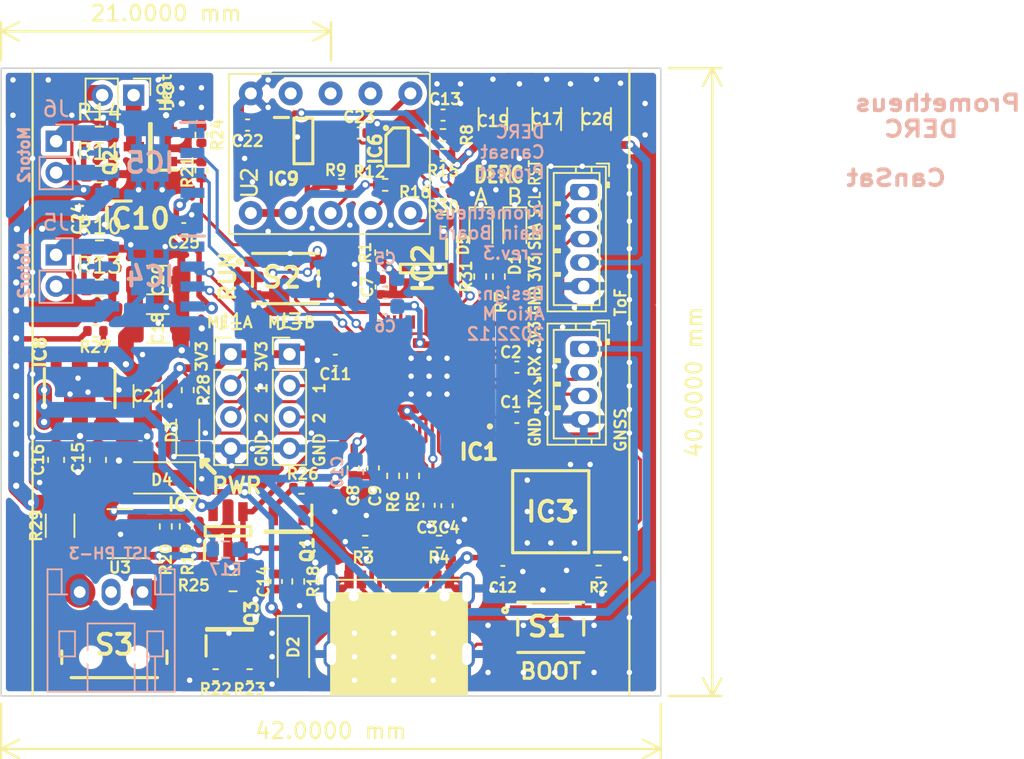
<source format=kicad_pcb>
(kicad_pcb (version 20211014) (generator pcbnew)
  (layers (0 "F.Cu" signal) (31 "B.Cu" signal) (34 "B.Paste" user) (35 "F.Paste" user) (36 "B.SilkS" user "B.Silkscreen") (37 "F.SilkS" user "F.Silkscreen") (38 "B.Mask" user) (39 "F.Mask" user) (44 "Edge.Cuts" user))
  (net 0 "")
  (net 1 "+3V3")
  (net 2 "GND")
  (net 3 "+1V1")
  (net 4 "Net-(C13-Pad1)")
  (net 5 "Net-(C14-Pad1)")
  (net 6 "/7V4")
  (net 7 "Net-(D1-Pad2)")
  (net 8 "/VBUS")
  (net 9 "Net-(D3-Pad2)")
  (net 12 "/GPIO4_GNSS_TX")
  (net 13 "/GPIO5_GNSS_RX")
  (net 14 "/XIN")
  (net 19 "/GPIO18_MO_B1")
  (net 20 "/GPIO19_MO_B2")
  (net 22 "/GPIO29_Vmonitor")
  (net 23 "Net-(IC1-Pad46)")
  (net 24 "Net-(IC1-Pad47)")
  (net 25 "/QSPI_SD3")
  (net 26 "/QSPI_SCLK")
  (net 27 "/QSPI_SD0")
  (net 28 "/QSPI_SD2")
  (net 29 "/QSPI_SD1")
  (net 30 "/QSPI_SS")
  (net 32 "Net-(IC2-Pad3)")
  (net 33 "/M1_MINUS")
  (net 34 "Net-(IC4-Pad7)")
  (net 35 "/M1_PLUS")
  (net 36 "/M2_MINUS")
  (net 37 "Net-(IC5-Pad7)")
  (net 38 "/M2_PLUS")
  (net 39 "+1V8")
  (net 40 "/IMU_SCL")
  (net 41 "/IMU_SDA")
  (net 42 "Net-(IC7-Pad1)")
  (net 43 "Net-(IC8-Pad1)")
  (net 45 "GNDA")
  (net 47 "/BAT_IN")
  (net 48 "Net-(J8-Pad1)")
  (net 49 "Net-(Q1-Pad2)")
  (net 50 "Net-(Q2-Pad1)")
  (net 51 "Net-(Q3-Pad1)")
  (net 52 "Net-(R2-Pad1)")
  (net 53 "Net-(R3-Pad1)")
  (net 54 "Net-(R4-Pad1)")
  (net 55 "/USB_D_P")
  (net 56 "/USB_D_N")
  (net 57 "Net-(R19-Pad2)")
  (net 58 "Net-(R22-Pad1)")
  (net 59 "/RUN")
  (net 71 "Net-(C15-Pad1)")
  (net 72 "/GPIO28_Imonitor")
  (net 74 "/GPIO15_IMU_SCL")
  (net 75 "/GPIO14_IMU_SDA")
  (net 76 "/GPIO9_ToF_SCL")
  (net 77 "/GPIO8_ToF_SDA")
  (net 81 "/GPIO25_MOE_B2")
  (net 82 "/GPIO24_MOE_A2")
  (net 83 "/GPIO23_MOE_B1")
  (net 84 "/GPIO22_MOE_A1")
  (net 85 "/GPIO21_MO_A2")
  (net 86 "/GPIO20_MO_A1")
  (net 88 "/GPIO17_Nichrome")
  (net 89 "/GPIO12_LED")
  (net 90 "/GPIO14_ToF_RST")
  (net 92 "/3V3A")
  (net 94 "Net-(D5-Pad2)")
  (net 95 "/GPIO13_LED")
  (net 96 "Net-(R30-Pad2)")
  (footprint "Capacitor_SMD:C_0402_1005Metric" (layer "F.Cu") (at 64.389 63.881 -90)
    (fp_text reference "C4")
    (fp_text value "100n")
  )
  (footprint "Capacitor_SMD:C_1206_3216Metric" (layer "F.Cu") (at 73.914 39.243 90)
    (fp_text reference "C26")
    (fp_text value "100u")
  )
  (footprint "Capacitor_SMD:C_0402_1005Metric" (layer "F.Cu") (at 51.689 39.624 180)
    (fp_text reference "C22")
    (fp_text value "1u")
  )
  (footprint "Capacitor_SMD:C_0402_1005Metric" (layer "F.Cu") (at 63.246 63.853 -90)
    (fp_text reference "C3")
    (fp_text value "100n")
  )
  (footprint "Resistor_SMD:R_0402_1005Metric" (layer "F.Cu") (at 47.752 65.2018 90)
    (fp_text reference "R19")
    (fp_text value "100")
  )
  (footprint "Resistor_SMD:R_0402_1005Metric" (layer "F.Cu") (at 64.135 40.259 180)
    (fp_text reference "R8")
    (fp_text value "200k")
  )
  (footprint "Capacitor_SMD:C_0402_1005Metric" (layer "F.Cu") (at 64.135 38.989 180)
    (fp_text reference "C13")
    (fp_text value "100n")
  )
  (footprint "Connector_PinHeader_2.00mm:PinHeader_1x02_P2.00mm_Vertical" (layer "F.Cu") (at 44.434 37.719 -90)
    (fp_text reference "J8")
    (fp_text value "Nichrome")
  )
  (footprint "SamacSys_Parts:QFN40P700X700X90-57N-D" (layer "F.Cu") (at 63.246 55.626 180)
    (fp_text reference "IC1")
    (fp_text value "RP2040" hide)
  )
  (footprint "Connector_JST_ZH:JST_ZH_B5B-ZR_1x05_P1.50mm_Vertical" (layer "F.Cu") (at 73.094 43.887 -90)
    (fp_text reference "J4" hide)
    (fp_text value "ToF")
  )
  (footprint "Resistor_SMD:R_0402_1005Metric" (layer "F.Cu") (at 46.482 65.2018 90)
    (fp_text reference "R20")
    (fp_text value "100")
  )
  (footprint "Package_TO_SOT_SMD:SOT-23-5" (layer "F.Cu") (at 43.561 65.659 180)
    (fp_text reference "U3")
    (fp_text value "LT6106")
  )
  (footprint "Capacitor_SMD:C_0402_1005Metric" (layer "F.Cu") (at 60.198 49.939 90)
    (fp_text reference "C7")
    (fp_text value "100n")
  )
  (footprint "Capacitor_SMD:C_0402_1005Metric" (layer "F.Cu") (at 47.625 46.228)
    (fp_text reference "C25")
    (fp_text value "1u")
  )
  (footprint "Resistor_SMD:R_0402_1005Metric" (layer "F.Cu") (at 60.452 43.434)
    (fp_text reference "R12")
    (fp_text value "2.2k")
  )
  (footprint "Resistor_SMD:R_0402_1005Metric" (layer "F.Cu") (at 59.182 66.167 180)
    (fp_text reference "R3")
    (fp_text value "5.1k")
  )
  (footprint "Resistor_SMD:R_0402_1005Metric" (layer "F.Cu") (at 42 52.75 180)
    (fp_text reference "R27")
    (fp_text value "10k")
  )
  (footprint "Capacitor_SMD:C_0402_1005Metric" (layer "F.Cu") (at 41.783 45.494 -90)
    (fp_text reference "C24")
    (fp_text value "1u")
  )
  (footprint "Diode_SMD:D_SOD-123" (layer "F.Cu") (at 46.101 62.103 180)
    (fp_text reference "D4")
    (fp_text value "1N4148W")
  )
  (footprint "Capacitor_SMD:C_1206_3216Metric" (layer "F.Cu") (at 67.31 39.243 90)
    (fp_text reference "C19")
    (fp_text value "100u")
  )
  (footprint "Resistor_SMD:R_0402_1005Metric" (layer "F.Cu") (at 57.658 43.434)
    (fp_text reference "R9")
    (fp_text value "2.2k")
  )
  (footprint "SamacSys_Parts:SOT95P237X112-3N" (layer "F.Cu") (at 50.546 71.755 90)
    (fp_text reference "Q3")
    (fp_text value "IRFML8244TRPBF" hide)
  )
  (footprint "SamacSys_Parts:SOT95P237X112-3N" (layer "F.Cu") (at 45.5 41 180)
    (fp_text reference "Q2")
    (fp_text value "IRFML8244TRPBF" hide)
  )
  (footprint "Diode_SMD:D_SOD-123" (layer "F.Cu") (at 54.61 73.152 -90)
    (fp_text reference "D2")
    (fp_text value "1N4148W")
  )
  (footprint "Resistor_SMD:R_0402_1005Metric" (layer "F.Cu") (at 54.9148 68.707 -90)
    (fp_text reference "R18")
    (fp_text value "10k")
  )
  (footprint "Connector_PinHeader_2.00mm:PinHeader_1x04_P2.00mm_Vertical" (layer "F.Cu") (at 54.356 54.2262)
    (fp_text reference "J3")
    (fp_text value "MOE_B")
  )
  (footprint "Connector_PinHeader_2.00mm:PinHeader_1x04_P2.00mm_Vertical" (layer "F.Cu") (at 50.6222 54.2262)
    (fp_text reference "J1")
    (fp_text value "MOE_A")
  )
  (footprint "Resistor_SMD:R_0402_1005Metric" (layer "F.Cu") (at 74.041 68.072)
    (fp_text reference "R2")
    (fp_text value "1k")
  )
  (footprint "LED_SMD:LED_0603_1608Metric" (layer "F.Cu") (at 66.548 46.355 -90)
    (fp_text reference "D5")
    (fp_text value "LED")
  )
  (footprint "Capacitor_SMD:C_0402_1005Metric" (layer "F.Cu") (at 67.945 68.072)
    (fp_text reference "C12")
    (fp_text value "100n")
  )
  (footprint "Resistor_SMD:R_0402_1005Metric" (layer "F.Cu") (at 67.691 49.276 90)
    (fp_text reference "R7")
    (fp_text value "1k")
  )
  (footprint "SamacSys_Parts:SOT95P280X130-5N" (layer "F.Cu") (at 55.245 40.64)
    (fp_text reference "IC9")
    (fp_text value "NJM12888F33-TE1" hide)
  )
  (footprint "SamacSys_Parts:SMT_4.2X3.2_" (layer "F.Cu") (at 54.102 49.403)
    (fp_text reference "S2")
    (fp_text value "SKRPACE010" hide)
  )
  (footprint "Capacitor_SMD:C_0402_1005Metric" (layer "F.Cu") (at 58.801 40.132)
    (fp_text reference "C23")
    (fp_text value "1u")
  )
  (footprint "Capacitor_SMD:C_0402_1005Metric" (layer "F.Cu") (at 57.277 54.61 180)
    (fp_text reference "C11")
    (fp_text value "100n")
  )
  (footprint "Connector_JST_ZH:JST_ZH_B4B-ZR_1x04_P1.50mm_Vertical" (layer "F.Cu") (at 73.094 53.884 -90)
    (fp_text reference "J2" hide)
    (fp_text value "GNSS")
  )
  (footprint "SamacSys_Parts:SOIC127P790X216-8N" (layer "F.Cu") (at 70.993 64.262 180)
    (fp_text reference "IC3")
    (fp_text value "W25Q128JVSIQ" hide)
  )
  (footprint "SamacSys_Parts:SOT-89-5-1" (layer "F.Cu") (at 41 56.388 180)
    (fp_text reference "IC8")
    (fp_text value "NJM2884U1-33-TE1" hide)
  )
  (footprint "Capacitor_SMD:C_1206_3216Metric" (layer "F.Cu") (at 45.339 56.896 -90)
    (fp_text reference "C21")
    (fp_text value "100u")
  )
  (footprint "SamacSys_Parts:SMT_4.2X3.2_" (layer "F.Cu") (at 70.993 71.628)
    (fp_text reference "S1")
    (fp_text value "SKRPACE010" hide)
  )
  (footprint "Resistor_SMD:R_0402_1005Metric" (layer "F.Cu") (at 66.5 49.276 90)
    (fp_text reference "R31")
    (fp_text value "1k")
  )
  (footprint "Resistor_SMD:R_0603_1608Metric" (layer "F.Cu") (at 42.26 47.5)
    (fp_text reference "R10")
    (fp_text value "1")
  )
  (footprint "Capacitor_SMD:C_0402_1005Metric" (layer "F.Cu") (at 68.834 58.25)
    (fp_text reference "C1")
    (fp_text value "100n")
  )
  (footprint "Resistor_SMD:R_0402_1005Metric" (layer "F.Cu") (at 49.657 74.676)
    (fp_text reference "R22")
    (fp_text value "10k")
  )
  (footprint "Capacitor_SMD:C_1206_3216Metric" (layer "F.Cu") (at 70.739 39.243 90)
    (fp_text reference "C17")
    (fp_text value "100u")
  )
  (footprint "Resistor_SMD:R_0402_1005Metric" (layer "F.Cu") (at 47.879 56.515 -90)
    (fp_text reference "R28")
    (fp_text value "1k")
  )
  (footprint "Resistor_SMD:R_0603_1608Metric" (layer "F.Cu") (at 50.7624 68.8086)
    (fp_text reference "R25")
    (fp_text value "3k")
  )
  (footprint "Capacitor_SMD:C_0402_1005Metric" (layer "F.Cu") (at 53.5178 68.707 -90)
    (fp_text reference "C14")
    (fp_text value "10n")
  )
  (footprint "Resistor_SMD:R_0402_1005Metric" (layer "F.Cu") (at 48.75 40.25 90)
    (fp_text reference "R24")
    (fp_text value "10k")
  )
  (footprint "Resistor_SMD:R_0402_1005Metric" (layer "F.Cu") (at 48.75 42.5 90)
    (fp_text reference "R21")
    (fp_text value "1k")
  )
  (footprint "Capacitor_SMD:C_0603_1608Metric" (layer "F.Cu") (at 39.497 60.96 90)
    (fp_text reference "C16")
    (fp_text value "22u")
  )
  (footprint "Resistor_SMD:R_0402_1005Metric" (layer "F.Cu") (at 62.23 61.976 -90)
    (fp_text reference "R5")
    (fp_text value "27")
  )
  (footprint "Capacitor_SMD:C_0402_1005Metric" (layer "F.Cu") (at 58.42 61.468 -90)
    (fp_text reference "C8")
    (fp_text value "1u")
  )
  (footprint "LED_SMD:LED_0603_1608Metric" (layer "F.Cu") (at 68.707 46.355 -90)
    (fp_text reference "D1")
    (fp_text value "LED")
  )
  (footprint "Resistor_SMD:R_0402_1005Metric" (layer "F.Cu") (at 60.198 47.752 90)
    (fp_text reference "R1")
    (fp_text value "1k")
  )
  (footprint "Resistor_SMD:R_0402_1005Metric" (layer "F.Cu") (at 64.135 45.72 180)
    (fp_text reference "R30")
    (fp_text value "10k")
  )
  (footprint "Resistor_SMD:R_0603_1608Metric" (layer "F.Cu") (at 42.25 42.75)
    (fp_text reference "R11")
    (fp_text value "1")
  )
  (footprint "LED_SMD:LED_0603_1608Metric" (layer "F.Cu") (at 47.879 59.182 90)
    (fp_text reference "D3")
    (fp_text value "LED")
  )
  (footprint "tanekonsat:USB_typeC_t" (layer "F.Cu") (at 57.021 68.599)
    (fp_text reference "U1")
    (fp_text value "USB_type_C")
  )
  (footprint "Capacitor_SMD:C_0603_1608Metric" (layer "F.Cu") (at 42.164 60.96 -90)
    (fp_text reference "C15")
    (fp_text value "22u")
  )
  (footprint "Resistor_SMD:R_0402_1005Metric" (layer "F.Cu") (at 51.816 74.676)
    (fp_text reference "R23")
    (fp_text value "10k")
  )
  (footprint "Resistor_SMD:R_0402_1005Metric" (layer "F.Cu") (at 64.135 41.529 180)
    (fp_text reference "R15")
    (fp_text value "2.2k")
  )
  (footprint "SamacSys_Parts:SOT95P280X130-5N" (layer "F.Cu") (at 62.865 48.768 -90)
    (fp_text reference "IC2")
    (fp_text value "SIT2001BI-S2-33E-12.000000G" hide)
  )
  (footprint "Capacitor_SMD:C_1206_3216Metric" (layer "F.Cu") (at 45.974 52.578)
    (fp_text reference "C18")
    (fp_text value "100u")
  )
  (footprint "tanekonsat:ICM-20948_SL" (layer "F.Cu") (at 51.896 47.769)
    (fp_text reference "U2")
    (fp_text value "ICM-20948-SL")
  )
  (footprint "Resistor_SMD:R_0603_1608Metric" (layer "F.Cu") (at 42.25 40.25)
    (fp_text reference "R14")
    (fp_text value "1")
  )
  (footprint "Resistor_SMD:R_0402_1005Metric" (layer "F.Cu") (at 63.881 66.167)
    (fp_text reference "R4")
    (fp_text value "5.1k")
  )
  (footprint "SamacSys_Parts:BGA8C50P2X4_89X189X62" (layer "F.Cu") (at 61.214 41.021)
    (fp_text reference "IC6")
    (fp_text value "PCA9306YZTR" hide)
  )
  (footprint "SamacSys_Parts:SOT65P210X100-5N" (layer "F.Cu") (at 44.577 45.593)
    (fp_text reference "IC10")
    (fp_text value "NJM2878F3-33-TE2" hide)
  )
  (footprint "Resistor_SMD:R_0402_1005Metric" (layer "F.Cu") (at 55.118 62.738)
    (fp_text reference "R26")
    (fp_text value "10k")
  )
  (footprint "Resistor_SMD:R_1206_3216Metric" (layer "F.Cu") (at 39.751 65.151 90)
    (fp_text reference "R29")
    (fp_text value "0.01")
  )
  (footprint "SamacSys_Parts:SOT95P275X130-5N" (layer "F.Cu") (at 50.4444 65.5066 90)
    (fp_text reference "IC7")
    (fp_text value "S-89431ACMC-HBVT2U" hide)
  )
  (footprint "Capacitor_SMD:C_1206_3216Metric" (layer "F.Cu") (at 46 49.5)
    (fp_text reference "C20")
    (fp_text value "100u")
  )
  (footprint "Capacitor_SMD:C_0402_1005Metric" (layer "F.Cu") (at 68.834 55.05)
    (fp_text reference "C2")
    (fp_text value "100n")
  )
  (footprint "SamacSys_Parts:SSSS811101" (layer "F.Cu") (at 43.2068 73.533)
    (fp_text reference "S3")
    (fp_text value "SSSS811101" hide)
  )
  (footprint "Capacitor_SMD:C_0402_1005Metric" (layer "F.Cu") (at 59.69 61.468 -90)
    (fp_text reference "C9")
    (fp_text value "1u")
  )
  (footprint "Resistor_SMD:R_0402_1005Metric" (layer "F.Cu") (at 64.135 43.942 180)
    (fp_text reference "R16")
    (fp_text value "2.2k")
  )
  (footprint "Resistor_SMD:R_0402_1005Metric" (layer "F.Cu") (at 60.96 61.976 -90)
    (fp_text reference "R6")
    (fp_text value "27")
  )
  (footprint "SamacSys_Parts:SOT95P237X112-3N" (layer "F.Cu") (at 54.2798 65.532 -90)
    (fp_text reference "Q1")
    (fp_text value "IRFML8244TRPBF" hide)
  )
  (footprint "Resistor_SMD:R_0603_1608Metric" (layer "F.Cu") (at 42.25 50)
    (fp_text reference "R13")
    (fp_text value "1")
  )
  (footprint "Capacitor_SMD:C_0603_1608Metric" (layer "B.Cu") (at 58.547 61.735 -90)
    (fp_text reference "C10")
    (fp_text value "100n")
  )
  (footprint "Connector_PinHeader_2.00mm:PinHeader_1x02_P2.00mm_Vertical" (layer "B.Cu") (at 39.497 47.895 180)
    (fp_text reference "J5")
    (fp_text value "Motor1")
  )
  (footprint "Connectors_JST:JST_PH_S3B-PH-K_03x2.00mm_Angled" (layer "B.Cu") (at 45 69.3812 180)
    (fp_text reference "J7" hide)
    (fp_text value "JST_PH_3_Side")
  )
  (footprint "Capacitor_SMD:C_0603_1608Metric" (layer "B.Cu") (at 60.452 51.181 180)
    (fp_text reference "C6")
    (fp_text value "100n")
  )
  (footprint "Resistor_SMD:R_0603_1608Metric" (layer "B.Cu") (at 50.292 66.675)
    (fp_text reference "R17")
    (fp_text value "30k")
  )
  (footprint "SamacSys_Parts:SOIC127P600X175-9N" (layer "B.Cu") (at 45.466 49.276 180)
    (fp_text reference "IC4")
    (fp_text value "TB67H450FNG,EL" hide)
  )
  (footprint "Capacitor_SMD:C_0603_1608Metric" (layer "B.Cu") (at 60.452 49.403 180)
    (fp_text reference "C5")
    (fp_text value "100n")
  )
  (footprint "SamacSys_Parts:SOIC127P600X175-9N" (layer "B.Cu") (at 45.466 42.037 180)
    (fp_text reference "IC5")
    (fp_text value "TB67H450FNG,EL" hide)
  )
  (footprint "Connector_PinHeader_2.00mm:PinHeader_1x02_P2.00mm_Vertical" (layer "B.Cu") (at 39.497 40.656 180)
    (fp_text reference "J6")
    (fp_text value "Motor2")
  )
  (gr_line (start 38 72) (end 38 36) (layer "F.SilkS") (width 0.15))
  (gr_line (start 76 36) (end 76 76) (layer "F.SilkS") (width 0.15))
  (gr_rect (start 57.023 69.469) (end 65.532 75.949) (layer "F.SilkS") (width 0.15) (fill solid))
  (gr_line (start 38 76) (end 38 72) (layer "F.SilkS") (width 0.15))
  (gr_rect (start 36 36) (end 78 76) (layer "Edge.Cuts") (width 0.1) (fill none))
  (gr_text "CanSat" (at 93 43) (layer "B.SilkS") (effects (font (size 1 1.2) (thickness 0.25)) (justify mirror)))
  (gr_text "Motor2" (at 37.465 48.895 90) (layer "B.SilkS") (effects (font (size 0.7 0.7) (thickness 0.175)) (justify mirror)))
  (gr_text "DERC\nCansat\nProject\n\nPrometheus\nMain Board\n-rev.3\n\nDesign:\nAkio M\n2022.12" (at 70.7 46.5) (layer "B.SilkS") (effects (font (size 0.8 0.8)) (justify left mirror)))
  (gr_text "Prometheus" (at 95.631 38.227) (layer "B.SilkS") (effects (font (size 1 1.2) (thickness 0.25)) (justify mirror)))
  (gr_text "JST PH-3" (at 42.926 66.929) (layer "B.SilkS") (effects (font (size 0.7 0.7)) (justify mirror)))
  (gr_text "DERC" (at 94.581 39.877) (layer "B.SilkS") (effects (font (size 1 1.2) (thickness 0.25)) (justify mirror)))
  (gr_text "Motor2" (at 37.465 41.529 90) (layer "B.SilkS") (effects (font (size 0.7 0.7) (thickness 0.175)) (justify mirror)))
  (gr_text "→" (at 70.231 57.785 225) (layer "F.SilkS") (effects (font (size 0.7 0.7))))
  (gr_text "3V3" (at 69.977 52.959 90) (layer "F.SilkS") (effects (font (size 0.7 0.6))))
  (gr_text "1" (at 52.578 56.388 90) (layer "F.SilkS") (effects (font (size 0.7 0.7))))
  (gr_text "ME-B" (at 54.483 52.197) (layer "F.SilkS") (effects (font (size 0.7 0.7))))
  (gr_text "RST" (at 69.977 42.672 90) (layer "F.SilkS") (effects (font (size 0.7 0.6) (thickness 0.125))))
  (gr_text "→" (at 70.104 55.88 45) (layer "F.SilkS") (effects (font (size 0.7 0.7))))
  (gr_text "SCL" (at 69.977 44.704 90) (layer "F.SilkS") (effects (font (size 0.7 0.6) (thickness 0.125))))
  (gr_text "DERC" (at 67.691 42.799) (layer "F.SilkS") (effects (font (size 1 0.8) (thickness 0.2))))
  (gr_text "TX" (at 69.977 57.023 90) (layer "F.SilkS") (effects (font (size 0.7 0.7))))
  (gr_text "B" (at 68.7 44.2) (layer "F.SilkS") (effects (font (size 1 1))))
  (gr_text "Heat" (at 46.482 38.862 90) (layer "F.SilkS") (effects (font (size 0.7 0.7)) (justify left)))
  (gr_text "SDA" (at 69.977 46.736 90) (layer "F.SilkS") (effects (font (size 0.7 0.6))))
  (gr_text "2" (at 52.578 58.293 90) (layer "F.SilkS") (effects (font (size 0.7 0.7))))
  (gr_text "GND" (at 69.977 59.182 90) (layer "F.SilkS") (effects (font (size 0.7 0.6))))
  (gr_text "GNSS" (at 75.438 59.055 90) (layer "F.SilkS") (effects (font (size 0.7 0.7))))
  (gr_text "3V3" (at 48.768 54.356 90) (layer "F.SilkS") (effects (font (size 0.7 0.7))))
  (gr_text "BOOT" (at 70.993 74.422) (layer "F.SilkS") (effects (font (size 1 1) (thickness 0.2))))
  (gr_text "3V3" (at 69.977 48.768 90) (layer "F.SilkS") (effects (font (size 0.7 0.6))))
  (gr_text "1" (at 56.261 56.388 90) (layer "F.SilkS") (effects (font (size 0.7 0.7))))
  (gr_text "A" (at 66.55 44.2) (layer "F.SilkS") (effects (font (size 1 1))))
  (gr_text "3V3" (at 52.578 54.356 90) (layer "F.SilkS") (effects (font (size 0.7 0.7))))
  (gr_text "RUN" (at 50.419 49.276 90) (layer "F.SilkS") (effects (font (size 1 1) (thickness 0.2))))
  (gr_text "GND" (at 69.977 50.8 90) (layer "F.SilkS") (effects (font (size 0.7 0.6))))
  (gr_text "←" (at 49.25 61.3 -45) (layer "F.SilkS") (effects (font (size 1.5 1.5) (thickness 0.3))))
  (gr_text "ME-A" (at 50.546 52.197) (layer "F.SilkS") (effects (font (size 0.7 0.7))))
  (gr_text "GND" (at 56.261 60.325 90) (layer "F.SilkS") (effects (font (size 0.7 0.7))))
  (gr_text "RX" (at 69.977 54.991 90) (layer "F.SilkS") (effects (font (size 0.7 0.7))))
  (gr_text "2" (at 56.261 58.293 90) (layer "F.SilkS") (effects (font (size 0.7 0.7))))
  (gr_text "GND" (at 52.578 60.325 90) (layer "F.SilkS") (effects (font (size 0.7 0.7))))
  (gr_text "ToF" (at 75.438 50.927 90) (layer "F.SilkS") (effects (font (size 0.7 0.7))))
  (gr_text "PWR" (at 51 62.6) (layer "F.SilkS") (effects (font (size 1 1) (thickness 0.2))))
  (dimension (type aligned) (layer "F.SilkS") (pts (xy 78 36) (xy 78 76)) (height -3.28) (gr_text "40.0000 mm" (at 80.13 56 90) (layer "F.SilkS") (effects (font (size 1 1) (thickness 0.15)))) (format (units 3) (units_format 1) (precision 4)) (style (thickness 0.15) (arrow_length 1.27) (text_position_mode 0) (extension_height 0.58642) (extension_offset 0.5) keep_text_aligned))
  (dimension (type aligned) (layer "F.SilkS") (pts (xy 36 36) (xy 57 36)) (height -2.345) (gr_text "21.0000 mm" (at 46.5 32.505) (layer "F.SilkS") (effects (font (size 1 1) (thickness 0.15)))) (format (units 3) (units_format 1) (precision 4)) (style (thickness 0.15) (arrow_length 1.27) (text_position_mode 0) (extension_height 0.58642) (extension_offset 0.5) keep_text_aligned))
  (dimension (type aligned) (layer "F.SilkS") (pts (xy 36 76) (xy 78 76)) (height 3.375) (gr_text "42.0000 mm" (at 57 78.225) (layer "F.SilkS") (effects (font (size 1 1) (thickness 0.15)))) (format (units 3) (units_format 1) (precision 4)) (style (thickness 0.15) (arrow_length 1.27) (text_position_mode 0) (extension_height 0.58642) (extension_offset 0.5) keep_text_aligned))
  (segment (start 49.7304 55.118) (end 50.6222 54.2262) (width 0.5) (layer "F.Cu") (net 1))
  (segment (start 61.514 50.419) (end 61.915 50.018) (width 0.5) (layer "F.Cu") (net 1))
  (segment (start 49.1188 63.881) (end 49.4944 64.2566) (width 0.35) (layer "F.Cu") (net 1))
  (segment (start 54.673 38.862) (end 53.845 39.69) (width 0.35) (layer "F.Cu") (net 1))
  (segment (start 65.046334 42.141666) (end 65.046334 41.930334) (width 0.2) (layer "F.Cu") (net 1))
  (segment (start 61.046 59.076) (end 61.046 58.0996) (width 0.2) (layer "F.Cu") (net 1))
  (segment (start 57.773 54.626) (end 59.796 54.626) (width 0.2) (layer "F.Cu") (net 1))
  (segment (start 65.659 67.183) (end 66.377 67.183) (width 0.35) (layer "F.Cu") (net 1))
  (segment (start 67.844022 55.05) (end 68.354 55.05) (width 0.2) (layer "F.Cu") (net 1))
  (segment (start 52.895 41.59) (end 52.169 40.864) (width 0.5) (layer "F.Cu") (net 1))
  (segment (start 61.046 58.0996) (end 60.9854 58.039) (width 0.2) (layer "F.Cu") (net 1))
  (segment (start 66.696 58.226) (end 65.726 58.226) (width 0.2) (layer "F.Cu") (net 1))
  (segment (start 63.046 52.176) (end 63.046 51.022162) (width 0.2) (layer "F.Cu") (net 1))
  (segment (start 59.796 54.626) (end 60.7728 54.626) (width 0.2) (layer "F.Cu") (net 1))
  (segment (start 62.646 59.076) (end 62.646 58.385) (width 0.2) (layer "F.Cu") (net 1))
  (segment (start 38.735 56.515) (end 38.735 58.547) (width 1) (layer "F.Cu") (net 1))
  (segment (start 73.865 41.021) (end 73.914 40.972) (width 0.5) (layer "F.Cu") (net 1))
  (segment (start 64.645 40.259) (end 64.645 41.529) (width 0.2) (layer "F.Cu") (net 1))
  (segment (start 60.95752 49.02152) (end 60.95752 50.28952) (width 0.5) (layer "F.Cu") (net 1))
  (segment (start 63.046 58.4422) (end 63.2714 58.2168) (width 0.2) (layer "F.Cu") (net 1))
  (segment (start 52.169 40.864) (end 52.169 39.624) (width 0.5) (layer "F.Cu") (net 1))
  (segment (start 60.198 48.262) (end 60.95752 49.02152) (width 0.5) (layer "F.Cu") (net 1))
  (segment (start 59.8735 58.6175) (end 59.796 58.54) (width 0.2) (layer "F.Cu") (net 1))
  (segment (start 63.046 59.076) (end 63.046 58.4422) (width 0.2) (layer "F.Cu") (net 1))
  (segment (start 65.726 58.226) (end 65.7098 58.2422) (width 0.2) (layer "F.Cu") (net 1))
  (segment (start 59.796 58.226) (end 60.520022 58.226) (width 0.2) (layer "F.Cu") (net 1))
  (segment (start 67.420022 54.626) (end 67.844022 55.05) (width 0.2) (layer "F.Cu") (net 1))
  (segment (start 39.497 60.185) (end 39.497 58.262) (width 0.5) (layer "F.Cu") (net 1))
  (segment (start 62.646 59.725) (end 62.865 59.944) (width 0.2) (layer "F.Cu") (net 1))
  (segment (start 57.072641 53.848) (end 54.7342 53.848) (width 0.35) (layer "F.Cu") (net 1))
  (segment (start 60.646 59.076) (end 60.646 59.143) (width 0.2) (layer "F.Cu") (net 1))
  (segment (start 67.465 66.239) (end 67.393 66.167) (width 0.5) (layer "F.Cu") (net 1))
  (segment (start 54.7342 53.848) (end 54.356 54.2262) (width 0.35) (layer "F.Cu") (net 1))
  (segment (start 76.073 40.894) (end 67.486 40.894) (width 0.5) (layer "F.Cu") (net 1))
  (segment (start 62.738 58.293) (end 62.8396 58.1914) (width 0.2) (layer "F.Cu") (net 1))
  (segment (start 59.796 58.54) (end 59.796 58.226) (width 0.2) (layer "F.Cu") (net 1))
  (segment (start 47.879 56.005) (end 47.879 55.626) (width 0.2) (layer "F.Cu") (net 1))
  (segment (start 60.332 59.076) (end 60.646 59.076) (width 0.2) (layer "F.Cu") (net 1))
  (segment (start 57.757 54.61) (end 57.757 54.532359) (width 0.35) (layer "F.Cu") (net 1))
  (segment (start 50.6222 54.2262) (end 54.356 54.2262) (width 0.5) (layer "F.Cu") (net 1))
  (segment (start 61.046 59.076) (end 60.646 59.076) (width 0.2) (layer "F.Cu") (net 1))
  (segment (start 62.646 59.076) (end 62.646 59.725) (width 0.2) (layer "F.Cu") (net 1))
  (segment (start 67.31 40.718) (end 66.47 40.718) (width 0.5) (layer "F.Cu") (net 1))
  (segment (start 63.181178 53.0352) (end 63.2714 53.0352) (width 0.2) (layer "F.Cu") (net 1))
  (segment (start 62.865 59.944) (end 62.865 61.105684) (width 0.2) (layer "F.Cu") (net 1))
  (segment (start 53.779 39.624) (end 53.845 39.69) (width 0.5) (layer "F.Cu") (net 1))
  (segment (start 60.520022 58.226) (end 60.6552 58.090822) (width 0.2) (layer "F.Cu") (net 1))
  (segment (start 58.42 60.988) (end 60.332 59.076) (width 0.2) (layer "F.Cu") (net 1))
  (segment (start 62.865 59.944) (end 63.046 59.763) (width 0.2) (layer "F.Cu") (net 1))
  (segment (start 48.514 55.118) (end 49.7304 55.118) (width 0.5) (layer "F.Cu") (net 1))
  (segment (start 58.674 59.817) (end 59.8735 58.6175) (width 0.2) (layer "F.Cu") (net 1))
  (segment (start 57.277 62.4348) (end 55.2298 64.482) (width 0.35) (layer "F.Cu") (net 1))
  (segment (start 63.046 59.763) (end 63.046 59.076) (width 0.2) (layer "F.Cu") (net 1))
  (segment (start 39.044 58.238) (end 38.735 58.547) (width 1) (layer "F.Cu") (net 1))
  (segment (start 66.696 54.626) (end 65.77 54.626) (width 0.2) (layer "F.Cu") (net 1))
  (segment (start 58.42 60.988) (end 58.42 60.071) (width 0.35) (layer "F.Cu") (net 1))
  (segment (start 60.332 59.076) (end 60.064 58.808) (width 0.2) (layer "F.Cu") (net 1))
  (segment (start 66.47 40.718) (end 65.046334 42.141666) (width 0.5) (layer "F.Cu") (net 1))
  (segment (start 67.359 41.021) (end 67.31 40.972) (width 0.5) (layer "F.Cu") (net 1))
  (segment (start 60.198 50.419) (end 61.087 50.419) (width 0.5) (layer "F.Cu") (net 1))
  (segment (start 66.696 54.626) (end 67.420022 54.626) (width 0.2) (layer "F.Cu") (net 1))
  (segment (start 68.33 58.226) (end 68.354 58.25) (width 0.2) (layer "F.Cu") (net 1))
  (segment (start 67.486 40.894) (end 67.31 40.718) (width 0.5) (layer "F.Cu") (net 1))
  (segment (start 65.77 54.626) (end 65.7606 54.6354) (width 0.2) (layer "F.Cu") (net 1))
  (segment (start 63.088307 63.215307) (end 63.246 63.373) (width 0.2) (layer "F.Cu") (net 1))
  (segment (start 55.118 38.862) (end 54.673 38.862) (width 0.35) (layer "F.Cu") (net 1))
  (segment (start 66.696 58.226) (end 68.33 58.226) (width 0.2) (layer "F.Cu") (net 1))
  (segment (start 67.465 68.072) (end 67.465 66.239) (width 0.5) (layer "F.Cu") (net 1))
  (segment (start 62.041838 50.018) (end 61.915 50.018) (width 0.2) (layer "F.Cu") (net 1))
  (segment (start 57.757 54.61) (end 57.773 54.626) (width 0.2) (layer "F.Cu") (net 1))
  (segment (start 62.646 58.385) (end 62.738 58.293) (width 0.2) (layer "F.Cu") (net 1))
  (segment (start 66.377 67.183) (end 67.393 66.167) (width 0.35) (layer "F.Cu") (net 1))
  (segment (start 58.42 60.071) (end 58.674 59.817) (width 0.35) (layer "F.Cu") (net 1))
  (segment (start 47.371 55.118) (end 48.514 55.118) (width 0.5) (layer "F.Cu") (net 1))
  (segment (start 65.046334 41.930334) (end 64.645 41.529) (width 0.2) (layer "F.Cu") (net 1))
  (segment (start 39.521 58.238) (end 39.044 58.238) (width 1) (layer "F.Cu") (net 1))
  (segment (start 60.7728 54.626) (end 60.8076 54.6608) (width 0.2) (layer "F.Cu") (net 1))
  (segment (start 63.046 52.176) (end 63.046 52.900022) (width 0.2) (layer "F.Cu") (net 1))
  (segment (start 60.95752 50.28952) (end 61.087 50.419) (width 0.5) (layer "F.Cu") (net 1))
  (segment (start 47.879 55.626) (end 47.371 55.118) (width 0.2) (layer "F.Cu") (net 1))
  (segment (start 53.845 41.59) (end 52.895 41.59) (width 0.5) (layer "F.Cu") (net 1))
  (segment (start 60.064 58.808) (end 59.8735 58.6175) (width 0.2) (layer "F.Cu") (net 1))
  (segment (start 63.088307 61.328991) (end 63.088307 63.215307) (width 0.2) (layer "F.Cu") (net 1))
  (segment (start 63.046 52.900022) (end 63.181178 53.0352) (width 0.2) (layer "F.Cu") (net 1))
  (segment (start 57.277 62.103) (end 57.277 62.4348) (width 0.35) (layer "F.Cu") (net 1))
  (segment (start 48.768 63.881) (end 49.1188 63.881) (width 0.35) (layer "F.Cu") (net 1))
  (segment (start 52.169 39.624) (end 53.779 39.624) (width 0.5) (layer "F.Cu") (net 1))
  (segment (start 57.757 54.532359) (end 57.072641 53.848) (width 0.35) (layer "F.Cu") (net 1))
  (segment (start 62.865 61.105684) (end 63.088307 61.328991) (width 0.2) (layer "F.Cu") (net 1))
  (segment (start 63.046 51.022162) (end 62.041838 50.018) (width 0.2) (layer "F.Cu") (net 1))
  (segment (start 61.087 50.419) (end 61.514 50.419) (width 0.5) (layer "F.Cu") (net 1))
  (segment (start 64.645 43.435992) (end 64.645 43.942) (width 0.2) (layer "F.Cu") (net 1))
  (segment (start 64.262 43.052992) (end 64.645 43.435992) (width 0.2) (layer "F.Cu") (net 1))
  (via (at 38.735 57.531) (size 0.8) (drill 0.4) (layers "F.Cu" "B.Cu") (net 1))
  (via (at 65.659 67.183) (size 0.8) (drill 0.4) (layers "F.Cu" "B.Cu") (net 1))
  (via (at 55.118 38.862) (size 0.6) (drill 0.35) (layers "F.Cu" "B.Cu") (net 1))
  (via (at 64.262 43.052992) (size 0.6) (drill 0.35) (layers "F.Cu" "B.Cu") (net 1))
  (via (at 58.674 59.817) (size 0.6) (drill 0.35) (layers "F.Cu" "B.Cu") (net 1))
  (via (at 65.786 41.402) (size 0.6) (drill 0.35) (layers "F.Cu" "B.Cu") (net 1))
  (via (at 65.046334 42.141666) (size 0.6) (drill 0.35) (layers "F.Cu" "B.Cu") (net 1))
  (via (at 38.735 58.547) (size 0.8) (drill 0.4) (layers "F.Cu" "B.Cu") (net 1))
  (via (at 60.705 48.769) (size 0.6) (drill 0.35) (layers "F.Cu" "B.Cu") (net 1))
  (via (at 38.735 56.515) (size 0.8) (drill 0.4) (layers "F.Cu" "B.Cu") (net 1))
  (via (at 48.768 63.881) (size 0.8) (drill 0.4) (layers "F.Cu" "B.Cu") (net 1))
  (via (at 57.277 62.103) (size 0.8) (drill 0.4) (layers "F.Cu" "B.Cu") (net 1))
  (via (at 76.073 40.894) (size 0.6) (drill 0.35) (layers "F.Cu" "B.Cu") (net 1))
  (via (at 47.371 55.118) (size 0.8) (drill 0.4) (layers "F.Cu" "B.Cu") (net 1))
  (segment (start 52.757867 62.155867) (end 51.172103 62.155867) (width 0.5) (layer "B.Cu") (net 1))
  (segment (start 76.613 48.387) (end 77.089 47.911) (width 0.35) (layer "B.Cu") (net 1))
  (segment (start 77.089 47.911) (end 77.089 53.911) (width 0.5) (layer "B.Cu") (net 1))
  (segment (start 38.735 57.531) (end 38.972511 57.768511) (width 1) (layer "B.Cu") (net 1))
  (segment (start 38.735 58.547) (end 38.862 58.42) (width 0.35) (layer "B.Cu") (net 1))
  (segment (start 51.172103 62.155867) (end 49.44697 63.881) (width 0.5) (layer "B.Cu") (net 1))
  (segment (start 60.705 48.881) (end 61.227 49.403) (width 0.5) (layer "B.Cu") (net 1))
  (segment (start 77.089 41.91) (end 77.089 47.911) (width 0.5) (layer "B.Cu") (net 1))
  (segment (start 65.786 41.402) (end 65.046334 42.141666) (width 0.35) (layer "B.Cu") (net 1))
  (segment (start 58.547 59.944) (end 58.674 59.817) (width 0.35) (layer "B.Cu") (net 1))
  (segment (start 65.046334 42.268658) (end 64.262 43.052992) (width 0.2) (layer "B.Cu") (net 1))
  (segment (start 76.073 40.894) (end 77.089 41.91) (width 0.5) (layer "B.Cu") (net 1))
  (segment (start 62.13952 70.64852) (end 61.849 70.358) (width 0.5) (layer "B.Cu") (net 1))
  (segment (start 61.849 70.358) (end 61.04303 70.358) (width 0.5) (layer "B.Cu") (net 1))
  (segment (start 57.277 62.103) (end 54.334734 62.103) (width 0.5) (layer "B.Cu") (net 1))
  (segment (start 55.118 38.862) (end 61.766668 38.862) (width 0.35) (layer "B.Cu") (net 1))
  (segment (start 46.25 58.95) (end 46.25 61.363) (width 0.5) (layer "B.Cu") (net 1))
  (segment (start 54.334734 62.103) (end 54.281867 62.155867) (width 0.5) (layer "B.Cu") (net 1))
  (segment (start 77.089 68.199) (end 74.63948 70.64852) (width 0.5) (layer "B.Cu") (net 1))
  (segment (start 60.705 48.769) (end 60.705 48.881) (width 0.5) (layer "B.Cu") (net 1))
  (segment (start 58.547 60.96) (end 58.547 59.944) (width 0.35) (layer "B.Cu") (net 1))
  (segment (start 47.371 55.245) (end 44.958 57.658) (width 0.5) (layer "B.Cu") (net 1))
  (segment (start 47.371 55.118) (end 47.371 55.245) (width 0.5) (layer "B.Cu") (net 1))
  (segment (start 52.840897 62.155867) (end 52.757867 62.155867) (width 0.5) (layer "B.Cu") (net 1))
  (segment (start 65.659 67.183) (end 65.637016 67.183) (width 0.35) (layer "B.Cu") (net 1))
  (segment (start 62.35595 70.358) (end 61.849 70.358) (width 0.5) (layer "B.Cu") (net 1))
  (segment (start 77.089 53.911) (end 77.089 68.199) (width 0.5) (layer "B.Cu") (net 1))
  (segment (start 54.281867 62.155867) (end 52.757867 62.155867) (width 0.5) (layer "B.Cu") (net 1))
  (segment (start 38.972511 57.768511) (end 44.847489 57.768511) (width 1) (layer "B.Cu") (net 1))
  (segment (start 73.094 53.884) (end 77.062 53.884) (width 0.35) (layer "B.Cu") (net 1))
  (segment (start 65.53095 67.183) (end 62.35595 70.358) (width 0.5) (layer "B.Cu") (net 1))
  (segment (start 44.847489 57.768511) (end 44.958 57.658) (width 1) (layer "B.Cu") (net 1))
  (segment (start 46.25 61.363) (end 48.768 63.881) (width 0.5) (layer "B.Cu") (net 1))
  (segment (start 57.404 62.103) (end 58.547 60.96) (width 0.5) (layer "B.Cu") (net 1))
  (segment (start 44.958 57.658) (end 46.25 58.95) (width 0.5) (layer "B.Cu") (net 1))
  (segment (start 73.094 48.387) (end 76.613 48.387) (width 0.35) (layer "B.Cu") (net 1))
  (segment (start 49.44697 63.881) (end 48.768 63.881) (width 0.5) (layer "B.Cu") (net 1))
  (segment (start 57.277 62.103) (end 57.404 62.103) (width 0.5) (layer "B.Cu") (net 1))
  (segment (start 65.659 67.183) (end 65.53095 67.183) (width 0.5) (layer "B.Cu") (net 1))
  (segment (start 61.04303 70.358) (end 52.840897 62.155867) (width 0.5) (layer "B.Cu") (net 1))
  (segment (start 61.766668 38.862) (end 65.046334 42.141666) (width 0.35) (layer "B.Cu") (net 1))
  (segment (start 74.63948 70.64852) (end 62.13952 70.64852) (width 0.5) (layer "B.Cu") (net 1))
  (segment (start 65.046334 42.141666) (end 65.046334 42.268658) (width 0.2) (layer "B.Cu") (net 1))
  (segment (start 38.735 57.531) (end 38.735 58.547) (width 0.35) (layer "B.Cu") (net 1))
  (segment (start 77.062 53.884) (end 77.089 53.911) (width 0.35) (layer "B.Cu") (net 1))
  (segment (start 60.964 40.18762) (end 60.964 40.271) (width 0.2) (layer "F.Cu") (net 2))
  (segment (start 51.5874 68.8086) (end 50.644889 67.866089) (width 0.5) (layer "F.Cu") (net 2))
  (segment (start 41.275 46.3715) (end 41.3855 46.3715) (width 0.35) (layer "F.Cu") (net 2))
  (segment (start 62.16262 38.989) (end 60.964 40.18762) (width 0.2) (layer "F.Cu") (net 2))
  (segment (start 48.768 52.578) (end 47.449 52.578) (width 1) (layer "F.Cu") (net 2))
  (segment (start 54.61 40.64) (end 54.864 40.386) (width 0.5) (layer "F.Cu") (net 2))
  (segment (start 48.105 45.367) (end 48.133 45.339) (width 0.35) (layer "F.Cu") (net 2))
  (segment (start 64.389 64.361) (end 64.389 65.151) (width 0.35) (layer "F.Cu") (net 2))
  (segment (start 41.25 43.75) (end 41.78057 43.75) (width 0.35) (layer "F.Cu") (net 2))
  (segment (start 63.625 39.019) (end 63.655 38.989) (width 0.2) (layer "F.Cu") (net 2))
  (segment (start 48.768 60.706) (end 48.6155 60.706) (width 0.35) (layer "F.Cu") (net 2))
  (segment (start 41.021 55.118) (end 40.386 55.753) (width 0.35) (layer "F.Cu") (net 2))
  (segment (start 50.644889 66.957089) (end 50.4444 66.7566) (width 0.5) (layer "F.Cu") (net 2))
  (segment (start 67.31 36.703) (end 65.547 36.703) (width 0.35) (layer "F.Cu") (net 2))
  (segment (start 52.86 69.187) (end 52.197 69.85) (width 0.35) (layer "F.Cu") (net 2))
  (segment (start 46.5 39) (end 46.5 40) (width 1) (layer "F.Cu") (net 2))
  (segment (start 65.091 68.579) (end 65.661 69.149) (width 0.35) (layer "F.Cu") (net 2))
  (segment (start 59.944 39.5365) (end 59.8765 39.5365) (width 0.35) (layer "F.Cu") (net 2))
  (segment (start 58.141 68.579) (end 57.591 68.579) (width 0.35) (layer "F.Cu") (net 2))
  (segment (start 52.9872 60.2262) (end 54.356 60.2262) (width 0.35) (layer "F.Cu") (net 2))
  (segment (start 45.293964 59.456036) (end 45.339 59.411) (width 0.5) (layer "F.Cu") (net 2))
  (segment (start 52.027 51.0792) (end 52.027 50.478) (width 0.35) (layer "F.Cu") (net 2))
  (segment (start 63.815 48.575) (end 63.815 47.518) (width 0.2) (layer "F.Cu") (net 2))
  (segment (start 64.246 50.956959) (end 64.480997 50.721964) (width 0.2) (layer "F.Cu") (net 2))
  (segment (start 47.449 53.926) (end 47.449 52.578) (width 1) (layer "F.Cu") (net 2))
  (segment (start 42.76 42.77057) (end 42.76 42.75) (width 0.35) (layer "F.Cu") (net 2))
  (segment (start 52.027 50.478) (end 51.478 50.478) (width 0.35) (layer "F.Cu") (net 2))
  (segment (start 41.021 59.436) (end 41.021 58.238) (width 1) (layer "F.Cu") (net 2))
  (segment (start 64.541 68.579) (end 65.091 68.579) (width 0.35) (layer "F.Cu") (net 2))
  (segment (start 75.184 36.703) (end 73.914 36.703) (width 0.35) (layer "F.Cu") (net 2))
  (segment (start 73.914 36.703) (end 70.739 36.703) (width 0.35) (layer "F.Cu") (net 2))
  (segment (start 42.5 39.99) (end 42.76 40.25) (width 0.35) (layer "F.Cu") (net 2))
  (segment (start 44.6575 65.7) (end 44.6985 65.659) (width 0.5) (layer "F.Cu") (net 2))
  (segment (start 66.548 45.5675) (end 66.548 44.704) (width 0.35) (layer "F.Cu") (net 2))
  (segment (start 63.655 38.326) (end 63.754 38.227) (width 0.5) (layer "F.Cu") (net 2))
  (segment (start 44.7395 65.7) (end 44.6985 65.659) (width 0.35) (layer "F.Cu") (net 2))
  (segment (start 39.497 61.735) (end 42.164 61.735) (width 0.5) (layer "F.Cu") (net 2))
  (segment (start 50.673 61.341) (end 50.6222 61.2902) (width 0.35) (layer "F.Cu") (net 2))
  (segment (start 41.275 46.3715) (end 40.575489 47.071011) (width 0.2) (layer "F.Cu") (net 2))
  (segment (start 44.804011 65.553489) (end 44.6985 65.659) (width 0.35) (layer "F.Cu") (net 2))
  (segment (start 59.281 40.132) (end 60.825 40.132) (width 0.2) (layer "F.Cu") (net 2))
  (segment (start 58.42 61.948) (end 58.42 63.373) (width 0.35) (layer "F.Cu") (net 2))
  (segment (start 56.9995 50.478) (end 57.023 50.4545) (width 0.35) (layer "F.Cu") (net 2))
  (segment (start 55.75 59.25) (end 49 59.25) (width 0.2) (layer "F.Cu") (net 2))
  (segment (start 73.068 72.703) (end 66.287 72.703) (width 0.2) (layer "F.Cu") (net 2))
  (segment (start 63.881 48.641) (end 63.815 48.575) (width 0.2) (layer "F.Cu") (net 2))
  (segment (start 65.547 36.703) (end 65.25 37) (width 0.35) (layer "F.Cu") (net 2))
  (segment (start 67.31 37.768) (end 67.31 36.703) (width 0.5) (layer "F.Cu") (net 2))
  (segment (start 52.326 74.676) (end 52.326 73.635) (width 0.35) (layer "F.Cu") (net 2))
  (segment (start 47.244 52.578) (end 47.449 52.578) (width 1) (layer "F.Cu") (net 2))
  (segment (start 60.825 40.132) (end 60.964 40.271) (width 0.2) (layer "F.Cu") (net 2))
  (segment (start 64.246 52.176) (end 64.246 50.956959) (width 0.2) (layer "F.Cu") (net 2))
  (segment (start 38 49) (end 38.079511 48.920489) (width 0.2) (layer "F.Cu") (net 2))
  (segment (start 41.008 61.735) (end 40.894 61.735) (width 0.5) (layer "F.Cu") (net 2))
  (segment (start 66.287 72.703) (end 65.661 73.329) (width 0.2) (layer "F.Cu") (net 2))
  (segment (start 40.5 39) (end 40.5 41.75) (width 0.2) (layer "F.Cu") (net 2))
  (segment (start 52.0994 51.1516) (end 52.1516 51.1516) (width 0.35) (layer "F.Cu") (net 2))
  (segment (start 41.325 38.825) (end 41.25 38.75) (width 0.35) (layer "F.Cu") (net 2))
  (segment (start 53.845 40.64) (end 54.61 40.64) (width 0.5) (layer "F.Cu") (net 2))
  (segment (start 56.177 50.478) (end 56.9995 50.478) (width 0.35) (layer "F.Cu") (net 2))
  (segment (start 51.033394 57.25) (end 52.033394 56.25) (width 0.2) (layer "F.Cu") (net 2))
  (segment (start 48.6155 60.706) (end 47.879 59.9695) (width 0.35) (layer "F.Cu") (net 2))
  (segment (start 43.6 65.7) (end 44.6575 65.7) (width 0.5) (layer "F.Cu") (net 2))
  (segment (start 47.475 49.5) (end 47.475 52.552) (width 1) (layer "F.Cu") (net 2))
  (segment (start 51.5874 68.8086) (end 51.5874 69.2404) (width 0.35) (layer "F.Cu") (net 2))
  (segment (start 75.438 36.957) (end 75.184 36.703) (width 0.35) (layer "F.Cu") (net 2))
  (segment (start 63.655 38.989) (end 63.655 38.326) (width 0.5) (layer "F.Cu") (net 2))
  (segment (start 51.478 50.478) (end 51 50) (width 0.35) (layer "F.Cu") (net 2))
  (segment (start 64.480997 49.240997) (end 63.881 48.641) (width 0.2) (layer "F.Cu") (net 2))
  (segment (start 53.5178 69.187) (end 54.8848 69.187) (width 0.35) (layer "F.Cu") (net 2))
  (segment (start 52.033394 56.25) (end 52.5 56.25) (width 0.2) (layer "F.Cu") (net 2))
  (segment (start 51.496 71.694) (end 52.197 70.993) (width 0.35) (layer "F.Cu") (net 2))
  (segment (start 59.69 61.948) (end 59.69 62.865) (width 0.35) (layer "F.Cu") (net 2))
  (segment (start 51.209 39.624) (end 51.209 38.296) (width 0.5) (layer "F.Cu") (net 2))
  (segment (start 54.8848 69.187) (end 54.9148 69.217) (width 0.35) (layer "F.Cu") (net 2))
  (segment (start 44.35 42.75) (end 42.76 42.75) (width 0.2) (layer "F.Cu") (net 2))
  (segment (start 52.959 60.198) (end 52.9872 60.2262) (width 0.35) (layer "F.Cu") (net 2))
  (segment (start 64.480997 50.721964) (end 64.480997 49.240997) (width 0.2) (layer "F.Cu") (net 2))
  (segment (start 64.645 45.913634) (end 64.166197 46.392437) (width 0.35) (layer "F.Cu") (net 2))
  (segment (start 47.475 52.552) (end 47.449 52.578) (width 1) (layer "F.Cu") (net 2))
  (segment (start 70.739 36.703) (end 67.31 36.703) (width 0.35) (layer "F.Cu") (net 2))
  (segment (start 41.021 61.722) (end 41.008 61.735) (width 0.5) (layer "F.Cu") (net 2))
  (segment (start 42.5 39.1325) (end 42.5 39.99) (width 0.35) (layer "F.Cu") (net 2))
  (segment (start 59.3485 40.132) (end 59.281 40.132) (width 0.2) (layer "F.Cu") (net 2))
  (segment (start 50.644889 67.866089) (end 50.644889 66.957089) (width 0.5) (layer "F.Cu") (net 2))
  (segment (start 73.914 37.768) (end 73.914 36.703) (width 0.5) (layer "F.Cu") (net 2))
  (segment (start 40.5 43) (end 41.25 43.75) (width 0.2) (layer "F.Cu") (net 2))
  (segment (start 51.496 72.805) (end 51.496 71.694) (width 0.35) (layer "F.Cu") (net 2))
  (segment (start 48.105 46.228) (end 48.105 45.367) (width 0.35) (layer "F.Cu") (net 2))
  (segment (start 40.575489 47.071011) (end 40.575489 50.325489) (width 0.2) (layer "F.Cu") (net 2))
  (segment (start 58.672 66.167) (end 57.912 66.167) (width 0.35) (layer "F.Cu") (net 2))
  (segment (start 42.580421 45.964051) (end 42.570472 45.974) (width 0.35) (layer "F.Cu") (net 2))
  (segment (start 68.425 68.072) (end 69.215 68.072) (width 0.35) (layer "F.Cu") (net 2))
  (segment (start 42.580421 45.964051) (end 42.951472 45.593) (width 0.35) (layer "F.Cu") (net 2))
  (segment (start 51.209 38.296) (end 51.896 37.609) (width 0.5) (layer "F.Cu") (net 2))
  (segment (start 51.5874 69.2404) (end 52.197 69.85) (width 0.35) (layer "F.Cu") (net 2))
  (segment (start 42.570472 45.974) (end 41.783 45.974) (width 0.35) (layer "F.Cu") (net 2))
  (segment (start 41.021 54.538) (end 41.021 55.118) (width 0.35) (layer "F.Cu") (net 2))
  (segment (start 46.55 40.55) (end 44.35 42.75) (width 0.2) (layer "F.Cu") (net 2))
  (segment (start 50.673 67.818) (end 50.673 67.837978) (width 0.5) (layer "F.Cu") (net 2))
  (segment (start 46.5 40) (end 46.55 40.05) (width 1) (layer "F.Cu") (net 2))
  (segment (start 42.951472 45.593) (end 43.677 45.593) (width 0.35) (layer "F.Cu") (net 2))
  (segment (start 47.498 53.975) (end 47.449 53.926) (width 1) (layer "F.Cu") (net 2))
  (segment (start 51 50) (end 51 49.6) (width 0.35) (layer "F.Cu") (net 2))
  (segment (start 59.8765 39.5365) (end 59.281 40.132) (width 0.35) (layer "F.Cu") (net 2))
  (segment (start 63.655 38.989) (end 62.16262 38.989) (width 0.2) (layer "F.Cu") (net 2))
  (segment (start 41.78057 43.75) (end 42.76 42.77057) (width 0.35) (layer "F.Cu") (net 2))
  (segment (start 41.3855 46.3715) (end 41.783 45.974) (width 0.35) (layer "F.Cu") (net 2))
  (segment (start 56.797 54.61) (end 56.134 54.61) (width 0.35) (layer "F.Cu") (net 2))
  (segment (start 38.079511 48.920489) (end 40.420489 48.920489) (width 0.2) (layer "F.Cu") (net 2))
  (segment (start 52.0994 51.1516) (end 52.027 51.0792) (width 0.35) (layer "F.Cu") (net 2))
  (segment (start 68.707 45.5675) (end 68.707 44.704) (width 0.35) (layer "F.Cu") (net 2))
  (segment (start 52.1516 51.1516) (end 52.6 51.6) (width 0.35) (layer "F.Cu") (net 2))
  (segment (start 57.591 68.579) (end 57.021 69.149) (width 0.35) (layer "F.Cu") (net 2))
  (segment (start 45.339 59.411) (end 45.339 58.371) (width 0.5) (layer "F.Cu") (net 2))
  (segment (start 53.5178 69.187) (end 52.86 69.187) (width 0.35) (layer "F.Cu") (net 2))
  (segment (start 50.6222 61.2902) (end 50.6222 60.2262) (width 0.35) (layer "F.Cu") (net 2))
  (segment (start 52.326 73.635) (end 51.496 72.805) (width 0.35) (layer "F.Cu") (net 2))
  (segment (start 40.575489 50.325489) (end 41.25 51) (width 0.2) (layer "F.Cu") (net 2))
  (segment (start 49 57.25) (end 51.033394 57.25) (width 0.2) (layer "F.Cu") (net 2))
  (segment (start 40.5 41.75) (end 40.5 43) (width 0.2) (layer "F.Cu") (net 2))
  (segment (start 40.420489 48.920489) (end 40.575489 49.075489) (width 0.2) (layer "F.Cu") (net 2))
  (segment (start 40.431489 41.681489) (end 40.5 41.75) (width 0.2) (layer "F.Cu") (net 2))
  (segment (start 38.068511 41.681489) (end 40.431489 41.681489) (width 0.2) (layer "F.Cu") (net 2))
  (segment (start 63.246 64.333) (end 63.246 65.151) (width 0.35) (layer "F.Cu") (net 2))
  (segment (start 64.391 66.167) (end 65.151 66.167) (width 0.35) (layer "F.Cu") (net 2))
  (segment (start 70.739 37.768) (end 70.739 36.703) (width 0.5) (layer "F.Cu") (net 2))
  (segment (start 64.645 45.72) (end 64.645 45.913634) (width 0.35) (layer "F.Cu") (net 2))
  (segment (start 46.55 40.05) (end 46.55 40.55) (width 0.2) (layer "F.Cu") (net 2))
  (segment (start 50.673 67.837978) (end 50.644889 67.866089) (width 0.5) (layer "F.Cu") (net 2))
  (segment (start 38 41.75) (end 38.068511 41.681489) (width 0.2) (layer "F.Cu") (net 2))
  (via (at 36.75 39) (size 0.6) (drill 0.35) (layers "F.Cu" "B.Cu") (net 2))
  (via (at 58.2 46) (size 0.6) (drill 0.35) (layers "F.Cu" "B.Cu") (net 2))
  (via (at 58.5 73.5) (size 0.6) (drill 0.35) (layers "F.Cu" "B.Cu") (net 2))
  (via (at 59.944 39.5365) (size 0.6) (drill 0.35) (layers "F.Cu" "B.Cu") (net 2))
  (via (at 38 59.5) (size 0.6) (drill 0.35) (layers "F.Cu" "B.Cu") (net 2))
  (via (at 71 64.25) (size 0.6) (drill 0.35) (layers "F.Cu" "B.Cu") (net 2))
  (via (at 73.75 71.5) (size 0.6) (drill 0.35) (layers "F.Cu" "B.Cu") (net 2))
  (via (at 38 49) (size 0.6) (drill 0.35) (layers "F.Cu" "B.Cu") (net 2))
  (via (at 52.197 70.993) (size 0.8) (drill 0.4) (layers "F.Cu" "B.Cu") (net 2))
  (via (at 77 40.25) (size 0.6) (drill 0.35) (layers "F.Cu" "B.Cu") (net 2))
  (via (at 72.5 66.25) (size 0.6) (drill 0.35) (layers "F.Cu" "B.Cu") (net 2))
  (via (at 76 74.5) (size 0.6) (drill 0.35) (layers "F.Cu" "B.Cu") (net 2))
  (via (at 54.4 47.8) (size 0.6) (drill 0.35) (layers "F.Cu" "B.Cu") (net 2))
  (via (at 55.8 46.2) (size 0.6) (drill 0.35) (layers "F.Cu" "B.Cu") (net 2))
  (via (at 51.25 40.5) (size 0.6) (drill 0.35) (layers "F.Cu" "B.Cu") (net 2))
  (via (at 41.275 46.3715) (size 0.6) (drill 0.35) (layers "F.Cu" "B.Cu") (net 2))
  (via (at 65.5 64.75) (size 0.6) (drill 0.35) (layers "F.Cu" "B.Cu") (net 2))
  (via (at 72 68) (size 0.6) (drill 0.35) (layers "F.Cu" "B.Cu") (net 2))
  (via (at 38 41.75) (size 0.6) (drill 0.35) (layers "F.Cu" "B.Cu") (net 2))
  (via (at 72.5 64.25) (size 0.6) (drill 0.35) (layers "F.Cu" "B.Cu") (net 2))
  (via (at 65.151 66.167) (size 0.6) (drill 0.35) (layers "F.Cu" "B.Cu") (net 2))
  (via (at 69 41.75) (size 0.6) (drill 0.35) (layers "F.Cu" "B.Cu") (net 2))
  (via (at 57.25 64.25) (size 0.6) (drill 0.35) (layers "F.Cu" "B.Cu") (net 2))
  (via (at 64.389 56.769) (size 0.6) (drill 0.35) (layers "F.Cu" "B.Cu") (net 2))
  (via (at 64.389 55.626) (size 0.6) (drill 0.35) (layers "F.Cu" "B.Cu") (net 2))
  (via (at 63.246 55.626) (size 0.6) (drill 0.35) (layers "F.Cu" "B.Cu") (net 2))
  (via (at 52.0994 51.1516) (size 0.6) (drill 0.35) (layers "F.Cu" "B.Cu") (net 2))
  (via (at 63.246 54.483) (size 0.6) (drill 0.35) (layers "F.Cu" "B.Cu") (net 2))
  (via (at 53 36.75) (size 0.6) (drill 0.35) (layers "F.Cu" "B.Cu") (net 2))
  (via (at 70.739 36.703) (size 0.6) (drill 0.35) (layers "F.Cu" "B.Cu") (net 2))
  (via (at 67 71.5) (size 0.6) (drill 0.35) (layers "F.Cu" "B.Cu") (net 2))
  (via (at 58.5 72) (size 0.6) (drill 0.35) (layers "F.Cu" "B.Cu") (net 2))
  (via (at 47.5 37.25) (size 0.6) (drill 0.35) (layers "F.Cu" "B.Cu") (net 2))
  (via (at 71 66.25) (size 0.6) (drill 0.35) (layers "F.Cu" "B.Cu") (net 2))
  (via (at 70.75 58) (size 0.6) (drill 0.35) (layers "F.Cu" "B.Cu") (net 2))
  (via (at 41.25 43.75) (size 0.6) (drill 0.35) (layers "F.Cu" "B.Cu") (net 2))
  (via (at 70 43.75) (size 0.6) (drill 0.35) (layers "F.Cu" "B.Cu") (net 2))
  (via (at 68.707 44.704) (size 0.6) (drill 0.35) (layers "F.Cu" "B.Cu") (net 2))
  (via (at 63.246 65.151) (size 0.6) (drill 0.35) (layers "F.Cu" "B.Cu") (net 2))
  (via (at 72.25 37) (size 0.6) (drill 0.35) (layers "F.Cu" "B.Cu") (net 2))
  (via (at 50.5 72) (size 0.6) (drill 0.35) (layers "F.Cu" "B.Cu") (net 2))
  (via (at 48.767138 62.165249) (size 0.6) (drill 0.35) (layers "F.Cu" "B.Cu") (net 2))
  (via (at 71.25 55) (size 0.6) (drill 0.35) (layers "F.Cu" "B.Cu") (net 2))
  (via (at 62.103 54.483) (size 0.6) (drill 0.35) (layers "F.Cu" "B.Cu") (net 2))
  (via (at 47 60.75) (size 0.6) (drill 0.35) (layers "F.Cu" "B.Cu") (net 2))
  (via (at 63.5 72) (size 0.6) (drill 0.35) (layers "F.Cu" "B.Cu") (net 2))
  (via (at 69.5 66.25) (size 0.6) (drill 0.35) (layers "F.Cu" "B.Cu") (net 2))
  (via (at 75.438 36.957) (size 0.6) (drill 0.35) (layers "F.Cu" "B.Cu") (net 2))
  (via (at 76 45.75) (size 0.6) (drill 0.35) (layers "F.Cu" "B.Cu") (net 2))
  (via (at 46 36.75) (size 0.6) (drill 0.35) (layers "F.Cu" "B.Cu") (net 2))
  (via (at 63.881 48.641) (size 0.6) (drill 0.35) (layers "F.Cu" "B.Cu") (net 2))
  (via (at 69.25 71.5) (size 0.6) (drill 0.35) (layers "F.Cu" "B.Cu") (net 2))
  (via (at 38 50.5) (size 0.6) (drill 0.35) (layers "F.Cu" "B.Cu") (net 2))
  (via (at 76 50.75) (size 0.6) (drill 0.35) (layers "F.Cu" "B.Cu") (net 2))
  (via (at 61 75) (size 0.6) (drill 0.35) (layers "F.Cu" "B.Cu") (net 2))
  (via (at 59.25 64.5) (size 0.6) (drill 0.35) (layers "F.Cu" "B.Cu") (net 2))
  (via (at 58.5 75) (size 0.6) (drill 0.35) (layers "F.Cu" "B.Cu") (net 2))
  (via (at 36.75 36.75) (size 0.6) (drill 0.35) (layers "F.Cu" "B.Cu") (net 2))
  (via (at 47.5 38.25) (size 0.8) (drill 0.4) (layers "F.Cu" "B.Cu") (net 2))
  (via (at 40.386 56.769) (size 0.6) (drill 0.35) (layers "F.Cu" "B.Cu") (net 2))
  (via (at 69.215 68.072) (size 0.6) (drill 0.35) (layers "F.Cu" "B.Cu") (net 2))
  (via (at 58.5 49.75) (size 0.6) (drill 0.35) (layers "F.Cu" "B.Cu") (net 2))
  (via (at 65.25 38.25) (size 0.6) (drill 0.35) (layers "F.Cu" "B.Cu") (net 2))
  (via (at 49 59.25) (size 0.6) (drill 0.35) (layers "F.Cu" "B.Cu") (net 2))
  (via (at 66 44) (size 0.6) (drill 0.35) (layers "F.Cu" "B.Cu") (net 2))
  (via (at 52.959 60.198) (size 0.6) (drill 0.35) (layers "F.Cu" "B.Cu") (net 2))
  (via (at 67.25 69.25) (size 0.6) (drill 0.35) (layers "F.Cu" "B.Cu") (net 2))
  (via (at 74.25 69.5) (size 0.6) (drill 0.35) (layers "F.Cu" "B.Cu") (net 2))
  (via (at 56 67.5) (size 0.8) (drill 0.4) (layers "F.Cu" "B.Cu") (net 2))
  (via (at 53 38.5) (size 0.6) (drill 0.35) (layers "F.Cu" "B.Cu") (net 2))
  (via (at 56.134 54.61) (size 0.6) (drill 0.35) (layers "F.Cu" "B.Cu") (net 2))
  (via (at 52.5 59.25) (size 0.6) (drill 0.35) (layers "F.Cu" "B.Cu") (net 2))
  (via (at 40.5 39) (size 0.6) (drill 0.35) (layers "F.Cu" "B.Cu") (net 2))
  (via (at 76 44) (size 0.6) (drill 0.35) (layers "F.Cu" "B.Cu") (net 2))
  (via (at 52.5 56.25) (size 0.6) (drill 0.35) (layers "F.Cu" "B.Cu") (net 2))
  (via (at 77 38.25) (size 0.6) (drill 0.35) (layers "F.Cu" "B.Cu") (net 2))
  (via (at 45 54.25) (size 0.6) (drill 0.35) (layers "F.Cu" "B.Cu") (net 2))
  (via (at 63.5 75) (size 0.6) (drill 0.35) (layers "F.Cu" "B.Cu") (net 2))
  (via (at 48.768 52.578) (size 0.8) (drill 0.4) (layers "F.Cu" "B.Cu") (net 2))
  (via (at 66.75 42) (size 0.6) (drill 0.35) (layers "F.Cu" "B.Cu") (net 2))
  (via (at 69 37) (size 0.6) (drill 0.35) (layers "F.Cu" "B.Cu") (net 2))
  (via (at 53.25 75.25) (size 0.6) (drill 0.35) (layers "F.Cu" "B.Cu") (net 2))
  (via (at 69.5 64.25) (size 0.6) (drill 0.35) (layers "F.Cu" "B.Cu") (net 2))
  (via (at 41.529 56.642) (size 0.6) (drill 0.35) (layers "F.Cu" "B.Cu") (net 2))
  (via (at 54.074911 49.925089) (size 0.6) (drill 0.35) (layers "F.Cu" "B.Cu") (net 2))
  (via (at 70.5 69.25) (size 0.6) (drill 0.35) (layers "F.Cu" "B.Cu") (net 2))
  (via (at 73.914 36.703) (size 0.6) (drill 0.35) (layers "F.Cu" "B.Cu") (net 2))
  (via (at 66.548 44.704) (size 0.6) (drill 0.35) (layers "F.Cu" "B.Cu") (net 2))
  (via (at 58.5 48.5) (size 0.6) (drill 0.35) (layers "F.Cu" "B.Cu") (net 2))
  (via (at 48.75 37.25) (size 0.6) (drill 0.35) (layers "F.Cu" "B.Cu") (net 2))
  (via (at 53 46.4) (size 0.6) (drill 0.35) (layers "F.Cu" "B.Cu") (net 2))
  (via (at 63.246 56.769) (size 0.6) (drill 0.35) (layers "F.Cu" "B.Cu") (net 2))
  (via (at 43.5 61) (size 0.8) (drill 0.4) (layers "F.Cu" "B.Cu") (net 2))
  (via (at 75.75 67.25) (size 0.6) (drill 0.35) (layers "F.Cu" "B.Cu") (net 2))
  (via (at 46.25 43.75) (size 0.6) (drill 0.35) (layers "F.Cu" "B.Cu") (net 2))
  (via (at 76 56.25) (size 0.6) (drill 0.35) (layers "F.Cu" "B.Cu") (net 2))
  (via (at 70.25 54) (size 0.6) (drill 0.35) (layers "F.Cu" "B.Cu") (net 2))
  (via (at 64.166197 46.392437) (size 0.6) (drill 0.35) (layers "F.Cu" "B.Cu") (net 2))
  (via (at 63.75 67.25) (size 0.6) (drill 0.35) (layers "F.Cu" "B.Cu") (net 2))
  (via (at 71 42.25) (size 0.6) (drill 0.35) (layers "F.Cu" "B.Cu") (net 2))
  (via (at 42.580421 45.964051) (size 0.6) (drill 0.35) (layers "F.Cu" "B.Cu") (net 2))
  (via (at 41.021 59.436) (size 0.8) (drill 0.4) (layers "F.Cu" "B.Cu") (net 2))
  (via (at 76 57.75) (size 0.6) (drill 0.35) (layers "F.Cu" "B.Cu") (net 2))
  (via (at 54.864 40.386) (size 0.6) (drill 0.35) (layers "F.Cu" "B.Cu") (net 2))
  (via (at 65.25 37) (size 0.6) (drill 0.35) (layers "F.Cu" "B.Cu") (net 2))
  (via (at 61 73.5) (size 0.6) (drill 0.35) (layers "F.Cu" "B.Cu") (net 2))
  (via (at 55.75 59.25) (size 0.6) (drill 0.35) (layers "F.Cu" "B.Cu") (net 2))
  (via (at 44.75 43.75) (size 0.6) (drill 0.35) (layers "F.Cu" "B.Cu") (net 2))
  (via (at 72.25 61.25) (size 0.6) (drill 0.35) (layers "F.Cu" "B.Cu") (net 2))
  (via (at 45.293964 59.456036) (size 0.8) (drill 0.4) (layers "F.Cu" "B.Cu") (net 2))
  (via (at 48.768 60.706) (size 0.6) (drill 0.35) (layers "F.Cu" "B.Cu") (net 2))
  (via (at 62.5 48.75) (size 0.6) (drill 0.35) (layers "F.Cu" "B.Cu") (net 2))
  (via (at 73.75 74.5) (size 0.6) (drill 0.35) (layers "F.Cu" "B.Cu") (net 2))
  (via (at 52.197 69.85) (size 0.8) (drill 0.4) (layers "F.Cu" "B.Cu") (net 2))
  (via (at 61 72) (size 0.6) (drill 0.35) (layers "F.Cu" "B.Cu") (net 2))
  (via (at 46 52.25) (size 0.6) (drill 0.35) (layers "F.Cu" "B.Cu") (net 2))
  (via (at 49 57.25) (size 0.6) (drill 0.35) (layers "F.Cu" "B.Cu") (net 2))
  (via (at 76 49.25) (size 0.6) (drill 0.35) (layers "F.Cu" "B.Cu") (net 2))
  (via (at 64.389 65.151) (size 0.6) (drill 0.35) (layers "F.Cu" "B.Cu") (net 2))
  (via (at 62.103 55.626) (size 0.6) (drill 0.35) (layers "F.Cu" "B.Cu") (net 2))
  (via (at 48 75) (size 0.6) (drill 0.35) (layers "F.Cu" "B.Cu") (net 2))
  (via (at 67 74.5) (size 0.6) (drill 0.35) (layers "F.Cu" "B.Cu") (net 2))
  (via (at 55 70.25) (size 0.6) (drill 0.35) (layers "F.Cu" "B.Cu") (net 2))
  (via (at 76 71) (size 0.6) (drill 0.35) (layers "F.Cu" "B.Cu") (net 2))
  (via (at 72.5 51.25) (size 0.6) (drill 0.35) (layers "F.Cu" "B.Cu") (net 2))
  (via (at 63.754 38.227) (size 0.6) (drill 0.35) (layers "F.Cu" "B.Cu") (net 2))
  (via (at 56.2 49.4) (size 0.6) (drill 0.35) (layers "F.Cu" "B.Cu") (net 2))
  (via (at 46.4425 47.371) (size 0.6) (drill 0.35) (layers "F.Cu" "B.Cu") (net 2))
  (via (at 76 42.25) (size 0.6) (drill 0.35) (layers "F.Cu" "B.Cu") (net 2))
  (via (at 76 59.25) (size 0.6) (drill 0.35) (layers "F.Cu" "B.Cu") (net 2))
  (via (at 76 54.75) (size 0.6) (drill 0.35) (layers "F.Cu" "B.Cu") (net 2))
  (via (at 48.75 38.5) (size 0.6) (drill 0.35) (layers "F.Cu" "B.Cu") (net 2))
  (via (at 38 55.5) (size 0.6) (drill 0.35) (layers "F.Cu" "B.Cu") (net 2))
  (via (at 63.75 37) (size 0.6) (drill 0.35) (layers "F.Cu" "B.Cu") (net 2))
  (via (at 53.25 72) (size 0.6) (drill 0.35) (layers "F.Cu" "B.Cu") (net 2))
  (via (at 63.5 73.5) (size 0.6) (drill 0.35) (layers "F.Cu" "B.Cu") (net 2))
  (via (at 73.5 61.25) (size 0.6) (drill 0.35) (layers "F.Cu" "B.Cu") (net 2))
  (via (at 54 43.25) (size 0.6) (drill 0.35) (layers "F.Cu" "B.Cu") (net 2))
  (via (at 67.5 43.75) (size 0.6) (drill 0.35) (layers "F.Cu" "B.Cu") (net 2))
  (via (at 47 59) (size 0.6) (drill 0.35) (layers "F.Cu" "B.Cu") (net 2))
  (via (at 64.389 54.483) (size 0.6) (drill 0.35) (layers "F.Cu" "B.Cu") (net 2))
  (via (at 46.75 57.5) (size 0.6) (drill 0.35) (layers "F.Cu" "B.Cu") (net 2))
  (via (at 43.6 65.7) (size 0.6) (drill 0.35) (layers "F.Cu" "B.Cu") (net 2))
  (via (at 50.673 61.341) (size 0.6) (drill 0.35) (layers "F.Cu" "B.Cu") (net 2))
  (via (at 46.5 51.234819) (size 0.6) (drill 0.35) (layers "F.Cu" "B.Cu") (net 2))
  (via (at 73.75 52.25) (size 0.6) (drill 0.35) (layers "F.Cu" "B.Cu") (net 2))
  (via (at 51.5 41.75) (size 0.6) (drill 0.35) (layers "F.Cu" "B.Cu") (net 2))
  (via (at 67.31 36.703) (size 0.6) (drill 0.35) (layers "F.Cu" "B.Cu") (net 2))
  (via (at 48.133 45.339) (size 0.6) (drill 0.35) (layers "F.Cu" "B.Cu") (net 2))
  (via (at 71.25 74.5) (size 0.6) (drill 0.35) (layers "F.Cu" "B.Cu") (net 2))
  (via (at 59.69 62.865) (size 0.6) (drill 0.35) (layers "F.Cu" "B.Cu") (net 2))
  (via (at 69.5 62.25) (size 0.6) (drill 0.35) (layers "F.Cu" "B.Cu") (net 2))
  (via (at 47.498 53.975) (size 0.8) (drill 0.4) (layers "F.Cu" "B.Cu") (net 2))
  (via (at 52 43.25) (size 0.6) (drill 0.35) (layers "F.Cu" "B.Cu") (net 2))
  (via (at 60.8 46) (size 0.6) (drill 0.35) (layers "F.Cu" "B.Cu") (net 2))
  (via (at 40.894 61.735) (size 0.8) (drill 0.4) (layers "F.Cu" "B.Cu") (net 2))
  (via (at 41.25 38.75) (size 0.6) (drill 0.35) (layers "F.Cu" "B.Cu") (net 2))
  (via (at 59.25 67.25) (size 0.6) (drill 0.35) (layers "F.Cu" "B.Cu") (net 2))
  (via (at 71.25 71.5) (size 0.6) (drill 0.35) (layers "F.Cu" "B.Cu") (net 2))
  (via (at 38.45 62.4) (size 0.6) (drill 0.35) (layers "F.Cu" "B.Cu") (net 2))
  (via (at 42.5 39.1325) (size 0.6) (drill 0.35) (layers "F.Cu" "B.Cu") (net 2))
  (via (at 57.912 66.167) (size 0.6) (drill 0.35) (layers "F.Cu" "B.Cu") (net 2))
  (via (at 57.023 50.4545) (size 0.6) (drill 0.35) (layers "F.Cu" "B.Cu") (net 2))
  (via (at 43.5 56.5) (size 0.6) (drill 0.35) (layers "F.Cu" "B.Cu") (net 2))
  (via (at 62.75 49.75) (size 0.6) (drill 0.35) (layers "F.Cu" "B.Cu") (net 2))
  (via (at 46.5 39) (size 0.8) (drill 0.4) (layers "F.Cu" "B.Cu") (net 2))
  (via (at 73 42.25) (size 0.6) (drill 0.35) (layers "F.Cu" "B.Cu") (net 2))
  (via (at 69.25 74.5) (size 0.6) (drill 0.35) (layers "F.Cu" "B.Cu") (net 2))
  (via (at 53.25 73.5) (size 0.6) (drill 0.35) (layers "F.Cu" "B.Cu") (net 2))
  (via (at 62.103 56.769) (size 0.6) (drill 0.35) (layers "F.Cu" "B.Cu") (net 2))
  (via (at 44.25 47.25) (size 0.6) (drill 0.35) (layers "F.Cu" "B.Cu") (net 2))
  (via (at 40.894 55.753) (size 0.6) (drill 0.35) (layers "F.Cu" "B.Cu") (net 2))
  (via (at 76 47.5) (size 0.6) (drill 0.35) (layers "F.Cu" "B.Cu") (net 2))
  (via (at 39 36.75) (size 0.6) (drill 0.35) (layers "F.Cu" "B.Cu") (net 2))
  (via (at 38.608 46.228) (size 0.8) (drill 0.4) (layers "F.Cu" "B.Cu") (net 2))
  (via (at 52 60.25) (size 0.6) (drill 0.35) (layers "F.Cu" "B.Cu") (net 2))
  (via (at 55.5 66.25) (size 0.8) (drill 0.4) (layers "F.Cu" "B.Cu") (net 2))
  (via (at 71.75 52.5) (size 0.6) (drill 0.35) (layers "F.Cu" "B.Cu") (net 2))
  (via (at 58.42 63.373) (size 0.6) (drill 0.35) (layers "F.Cu" "B.Cu") (net 2))
  (via (at 50.673 67.818) (size 0.6) (drill 0.35) (layers "F.Cu" "B.Cu") (net 2))
  (via (at 48.6 66.1) (size 0.6) (drill 0.35) (layers "F.Cu" "B.Cu") (net 2))
  (via (at 76 52.25) (size 0.6) (drill 0.35) (layers "F.Cu" "B.Cu") (net 2))
  (segment (start 63.15 36.4) (end 63.75 37) (width 0.35) (layer "B.Cu") (net 2))
  (segment (start 46.5 47.4285) (end 46.4425 47.371) (width 0.35) (layer "B.Cu") (net 2))
  (segment (start 45.466 49.276) (end 45.466 50.034) (width 0.35) (layer "B.Cu") (net 2))
  (segment (start 46.25 40.25) (end 46.25 43.75) (width 0.35) (layer "B.Cu") (net 2))
  (segment (start 37.91304 55.5) (end 38 55.5) (width 0.35) (layer "B.Cu") (net 2))
  (segment (start 44.25 48.06) (end 45.466 49.276) (width 0.35) (layer "B.Cu") (net 2))
  (segment (start 48.178 47.371) (end 46.4425 47.371) (width 0.5) (layer "B.Cu") (net 2))
  (segment (start 45.466 50.034) (end 44.25 51.25) (width 0.35) (layer "B.Cu") (net 2))
  (segment (start 53 36.75) (end 53.35 36.4) (width 0.35) (layer "B.Cu") (net 2))
  (segment (start 38 59.5) (end 37.83152 59.33152) (width 0.35) (layer "B.Cu") (net 2))
  (segment (start 53.35 36.4) (end 63.15 36.4) (width 0.35) (layer "B.Cu") (net 2))
  (segment (start 37.83152 55.58152) (end 37.91304 55.5) (width 0.35) (layer "B.Cu") (net 2))
  (segment (start 44.75 40.25) (end 44.75 43.75) (width 0.35) (layer "B.Cu") (net 2))
  (segment (start 50.673 61.341) (end 51.409 61.341) (width 0.35) (layer "B.Cu") (net 2))
  (segment (start 37.83152 59.33152) (end 37.83152 55.58152) (width 0.35) (layer "B.Cu") (net 2))
  (segment (start 44.25 47.25) (end 44.25 48.06) (width 0.35) (layer "B.Cu") (net 2))
  (segment (start 46.5 51.25) (end 46.5 47.4285) (width 0.35) (layer "B.Cu") (net 2))
  (segment (start 63.487827 60.880673) (end 63.446 60.838846) (width 0.2) (layer "F.Cu") (net 3))
  (segment (start 61.849 57.8358) (end 61.446 58.2388) (width 0.2) (layer "F.Cu") (net 3))
  (segment (start 62.305139 51.1453) (end 62.646 51.486161) (width 0.2) (layer "F.Cu") (net 3))
  (segment (start 62.646 53.502) (end 62.6618 53.5178) (width 0.2) (layer "F.Cu") (net 3))
  (segment (start 61.446 59.076) (end 61.446 59.712) (width 0.2) (layer "F.Cu") (net 3))
  (segment (start 62.305139 51.134301) (end 62.305139 51.1453) (width 0.2) (layer "F.Cu") (net 3))
  (segment (start 63.487827 62.499827) (end 64.389 63.401) (width 0.2) (layer "F.Cu") (net 3))
  (segment (start 63.487827 60.880673) (end 63.487827 62.499827) (width 0.2) (layer "F.Cu") (net 3))
  (segment (start 61.446 58.2388) (end 61.446 59.076) (width 0.2) (layer "F.Cu") (net 3))
  (segment (start 60.17 60.988) (end 59.69 60.988) (width 0.2) (layer "F.Cu") (net 3))
  (segment (start 62.646 51.486161) (end 62.646 52.176) (width 0.2) (layer "F.Cu") (net 3))
  (segment (start 63.446 60.838846) (end 63.446 59.076) (width 0.2) (layer "F.Cu") (net 3))
  (segment (start 61.446 59.712) (end 60.17 60.988) (width 0.2) (layer "F.Cu") (net 3))
  (via (at 63.487827 60.880673) (size 0.6) (drill 0.35) (layers "F.Cu" "B.Cu") (net 3))
  (via (at 62.305139 51.134301) (size 0.6) (drill 0.35) (layers "F.Cu" "B.Cu") (net 3))
  (via (at 62.6618 53.5178) (size 0.6) (drill 0.35) (layers "F.Cu" "B.Cu") (net 3))
  (via (at 61.849 57.8358) (size 0.6) (drill 0.35) (layers "F.Cu" "B.Cu") (net 3))
  (segment (start 62.6618 53.5178) (end 62.6618 51.490962) (width 0.35) (layer "B.Cu") (net 3))
  (segment (start 62.305139 51.134301) (end 62.354214 51.085226) (width 0.5) (layer "B.Cu") (net 3))
  (segment (start 61.227 51.181) (end 62.25844 51.181) (width 0.5) (layer "B.Cu") (net 3))
  (segment (start 61.8998 57.8358) (end 63.487827 59.423827) (width 0.35) (layer "B.Cu") (net 3))
  (segment (start 61.849 57.8358) (end 61.8998 57.8358) (width 0.35) (layer "B.Cu") (net 3))
  (segment (start 62.25844 51.181) (end 62.305139 51.134301) (width 0.5) (layer "B.Cu") (net 3))
  (segment (start 62.6618 51.490962) (end 62.305139 51.134301) (width 0.35) (layer "B.Cu") (net 3))
  (segment (start 63.487827 59.423827) (end 63.487827 60.880673) (width 0.35) (layer "B.Cu") (net 3))
  (segment (start 63.613 40.271) (end 61.464 40.271) (width 0.2) (layer "F.Cu") (net 4))
  (segment (start 63.625 40.259) (end 63.625 39.979) (width 0.2) (layer "F.Cu") (net 4))
  (segment (start 61.464 40.271) (end 61.464 40.771) (width 0.2) (layer "F.Cu") (net 4))
  (segment (start 63.625 39.979) (end 64.615 38.989) (width 0.2) (layer "F.Cu") (net 4))
  (segment (start 63.625 40.259) (end 63.613 40.271) (width 0.2) (layer "F.Cu") (net 4))
  (segment (start 54.9148 68.197) (end 54.9148 67.217) (width 0.35) (layer "F.Cu") (net 5))
  (segment (start 53.5178 68.227) (end 54.8848 68.227) (width 0.35) (layer "F.Cu") (net 5))
  (segment (start 54.2798 66.582) (end 52.493196 66.582) (width 0.35) (layer "F.Cu") (net 5))
  (segment (start 54.8848 68.227) (end 54.9148 68.197) (width 0.35) (layer "F.Cu") (net 5))
  (segment (start 52.493196 66.582) (end 52.329654 66.745542) (width 0.35) (layer "F.Cu") (net 5))
  (segment (start 54.9148 67.217) (end 54.2798 66.582) (width 0.35) (layer "F.Cu") (net 5))
  (via (at 52.329654 66.745542) (size 0.6) (drill 0.35) (layers "F.Cu" "B.Cu") (net 5))
  (segment (start 51.187542 66.745542) (end 51.117 66.675) (width 0.35) (layer "B.Cu") (net 5))
  (segment (start 52.329654 66.745542) (end 51.187542 66.745542) (width 0.35) (layer "B.Cu") (net 5))
  (segment (start 36.957 51.435) (end 36.957 44.831) (width 1) (layer "F.Cu") (net 6))
  (segment (start 44.451 62.103) (end 44.451 62.229) (width 0.35) (layer "F.Cu") (net 6))
  (segment (start 41.783 45.014) (end 41.854 44.943) (width 0.35) (layer "F.Cu") (net 6))
  (segment (start 39.751 63.6885) (end 41.8445 63.6885) (width 2) (layer "F.Cu") (net 6))
  (segment (start 40.993489 45.014) (end 41.783 45.014) (width 0.35) (layer "F.Cu") (net 6))
  (segment (start 41.854 44.943) (end 43.677 44.943) (width 0.35) (layer "F.Cu") (net 6))
  (segment (start 36.957 62.738) (end 37.9075 63.6885) (width 1) (layer "F.Cu") (net 6))
  (segment (start 44.499 52.578) (end 44.499 51.611) (width 1) (layer "F.Cu") (net 6))
  (segment (start 42.434 37.719) (end 42.28748 37.57248) (width 1) (layer "F.Cu") (net 6))
  (segment (start 43.18 64.226318) (end 42.453682 64.226318) (width 0.35) (layer "F.Cu") (net 6))
  (segment (start 44.499 55.421) (end 45.339 55.421) (width 1) (layer "F.Cu") (net 6))
  (segment (start 39.751 63.6885) (end 37.9075 63.6885) (width 1) (layer "F.Cu") (net 6))
  (segment (start 40.894 44.914511) (end 40.993489 45.014) (width 0.35) (layer "F.Cu") (net 6))
  (segment (start 36.994 53.25) (end 36.957 53.213) (width 0.35) (layer "F.Cu") (net 6))
  (segment (start 36.957 40.543) (end 36.957 44.831) (width 1) (layer "F.Cu") (net 6))
  (segment (start 42.418 64.136) (end 44.451 62.103) (width 1) (layer "F.Cu") (net 6))
  (segment (start 43.942 54.864) (end 44.499 55.421) (width 1) (layer "F.Cu") (net 6))
  (segment (start 42.453682 64.226318) (end 42.418 64.262) (width 0.35) (layer "F.Cu") (net 6))
  (segment (start 43.942 54.864) (end 43.942 53.135) (width 1) (layer "F.Cu") (net 6))
  (segment (start 45.477 44.943) (end 43.677 44.943) (width 0.35) (layer "F.Cu") (net 6))
  (segment (start 44.525 52.552) (end 44.499 52.578) (width 1) (layer "F.Cu") (net 6))
  (segment (start 43.942 53.135) (end 44.499 52.578) (width 1) (layer "F.Cu") (net 6))
  (segment (start 41.8445 63.6885) (end 42.418 64.262) (width 2) (layer "F.Cu") (net 6))
  (segment (start 40.99 53.25) (end 36.994 53.25) (width 0.35) (layer "F.Cu") (net 6))
  (segment (start 42.28748 37.57248) (end 39.92752 37.57248) (width 1) (layer "F.Cu") (net 6))
  (segment (start 44.525 49.5) (end 44.525 52.552) (width 1) (layer "F.Cu") (net 6))
  (segment (start 42.418 64.262) (end 42.418 64.136) (width 1) (layer "F.Cu") (net 6))
  (segment (start 36.957 51.435) (end 36.957 62.738) (width 1) (layer "F.Cu") (net 6))
  (segment (start 41.49 52.75) (end 40.99 53.25) (width 0.35) (layer "F.Cu") (net 6))
  (segment (start 39.92752 37.57248) (end 36.957 40.543) (width 1) (layer "F.Cu") (net 6))
  (via (at 36.957 62.611) (size 0.8) (drill 0.4) (layers "F.Cu" "B.Cu") (net 6))
  (via (at 36.957 49.657) (size 0.8) (drill 0.4) (layers "F.Cu" "B.Cu") (net 6))
  (via (at 36.957 48.006) (size 0.8) (drill 0.4) (layers "F.Cu" "B.Cu") (net 6))
  (via (at 36.957 54.991) (size 0.8) (drill 0.4) (layers "F.Cu" "B.Cu") (net 6))
  (via (at 43.942 54.864) (size 0.8) (drill 0.4) (layers "F.Cu" "B.Cu") (net 6))
  (via (at 37 46.25) (size 0.8) (drill 0.4) (layers "F.Cu" "B.Cu") (net 6))
  (via (at 36.957 53.213) (size 0.8) (drill 0.4) (layers "F.Cu" "B.Cu") (net 6))
  (via (at 36.957 58.674) (size 0.8) (drill 0.4) (layers "F.Cu" "B.Cu") (net 6))
  (via (at 36.957 56.896) (size 0.8) (drill 0.4) (layers "F.Cu" "B.Cu") (net 6))
  (via (at 37.9075 63.6885) (size 0.8) (drill 0.4) (layers "F.Cu" "B.Cu") (net 6))
  (via (at 40.894 44.914511) (size 0.8) (drill 0.4) (layers "F.Cu" "B.Cu") (net 6))
  (via (at 43.18 64.226318) (size 0.6) (drill 0.35) (layers "F.Cu" "B.Cu") (net 6))
  (via (at 36.957 60.579) (size 0.8) (drill 0.4) (layers "F.Cu" "B.Cu") (net 6))
  (via (at 36.957 51.435) (size 0.8) (drill 0.4) (layers "F.Cu" "B.Cu") (net 6))
  (segment (start 37.031056 46.25) (end 38.366545 44.914511) (width 1) (layer "B.Cu") (net 6))
  (segment (start 37.084 54.229) (end 36.957 54.102) (width 1) (layer "B.Cu") (net 6))
  (segment (start 36.957 51.435) (end 37.211 51.689) (width 1) (layer "B.Cu") (net 6))
  (segment (start 43.215682 64.262) (end 43.18 64.226318) (width 0.35) (layer "B.Cu") (net 6))
  (segment (start 37.211 51.689) (end 42.246 51.689) (width 1) (layer "B.Cu") (net 6))
  (segment (start 43.307 54.229) (end 37.084 54.229) (width 1) (layer "B.Cu") (net 6))
  (segment (start 49.467 66.675) (end 49.467 65.967) (width 0.35) (layer "B.Cu") (net 6))
  (segment (start 37.9075 63.5615) (end 36.957 62.611) (width 1) (layer "B.Cu") (net 6))
  (segment (start 48.75 65.25) (end 47.762 64.262) (width 0.35) (layer "B.Cu") (net 6))
  (segment (start 36.957 46.293) (end 36.957 51.435) (width 1) (layer "B.Cu") (net 6))
  (segment (start 36.957 51.435) (end 36.957 54.102) (width 1) (layer "B.Cu") (net 6))
  (segment (start 47.762 64.262) (end 43.215682 64.262) (width 0.35) (layer "B.Cu") (net 6))
  (segment (start 36.957 62.611) (end 36.957 56.896) (width 1) (layer "B.Cu") (net 6))
  (segment (start 37 46.25) (end 36.957 46.293) (width 1) (layer "B.Cu") (net 6))
  (segment (start 41.781489 44.914511) (end 42.754 43.942) (width 1) (layer "B.Cu") (net 6))
  (segment (start 42.246 51.689) (end 42.754 51.181) (width 1) (layer "B.Cu") (net 6))
  (segment (start 36.957 54.102) (end 36.957 56.896) (width 1) (layer "B.Cu") (net 6))
  (segment (start 43.942 54.864) (end 43.307 54.229) (width 1) (layer "B.Cu") (net 6))
  (segment (start 49.467 65.967) (end 48.75 65.25) (width 0.35) (layer "B.Cu") (net 6))
  (segment (start 38.366545 44.914511) (end 40.894 44.914511) (width 1) (layer "B.Cu") (net 6))
  (segment (start 37.9075 63.6885) (end 37.9075 63.5615) (width 1) (layer "B.Cu") (net 6))
  (segment (start 37 46.25) (end 37.031056 46.25) (width 1) (layer "B.Cu") (net 6))
  (segment (start 40.894 44.914511) (end 41.781489 44.914511) (width 1) (layer "B.Cu") (net 6))
  (segment (start 67.691 48.1585) (end 68.707 47.1425) (width 0.2) (layer "F.Cu") (net 7))
  (segment (start 67.691 48.766) (end 67.691 48.1585) (width 0.2) (layer "F.Cu") (net 7))
  (segment (start 63.741 68.579) (end 63.741 69.149727) (width 0.25) (layer "F.Cu") (net 8))
  (segment (start 59.895273 70.104) (end 58.941 69.149727) (width 0.25) (layer "F.Cu") (net 8))
  (segment (start 54.61 73.852) (end 57.988479 70.473521) (width 0.5) (layer "F.Cu") (net 8))
  (segment (start 58.941 69.149727) (end 58.941 68.579) (width 0.25) (layer "F.Cu") (net 8))
  (segment (start 59.320479 70.473521) (end 59.69 70.104) (width 0.5) (layer "F.Cu") (net 8))
  (segment (start 63.741 69.149727) (end 62.786727 70.104) (width 0.25) (layer "F.Cu") (net 8))
  (segment (start 54.61 74.802) (end 54.61 73.852) (width 0.5) (layer "F.Cu") (net 8))
  (segment (start 62.786727 70.104) (end 59.895273 70.104) (width 0.25) (layer "F.Cu") (net 8))
  (segment (start 57.988479 70.473521) (end 59.320479 70.473521) (width 0.5) (layer "F.Cu") (net 8))
  (segment (start 47.879 57.025) (end 47.879 58.3945) (width 0.2) (layer "F.Cu") (net 9))
  (segment (start 72.979 56.769) (end 73.094 56.884) (width 0.2) (layer "F.Cu") (net 12))
  (segment (start 66.696 56.226) (end 67.420022 56.226) (width 0.2) (layer "F.Cu") (net 12))
  (segment (start 67.420022 56.226) (end 67.963022 56.769) (width 0.2) (layer "F.Cu") (net 12))
  (segment (start 67.963022 56.769) (end 72.979 56.769) (width 0.2) (layer "F.Cu") (net 12))
  (segment (start 66.696 55.826) (end 72.652 55.826) (width 0.2) (layer "F.Cu") (net 13))
  (segment (start 72.652 55.826) (end 73.094 55.384) (width 0.2) (layer "F.Cu") (net 13))
  (segment (start 63.846 52.176) (end 63.846 50.049) (width 0.2) (layer "F.Cu") (net 14))
  (segment (start 63.846 50.049) (end 63.815 50.018) (width 0.2) (layer "F.Cu") (net 14))
  (segment (start 58.605112 52.265887) (end 59.365225 53.026) (width 0.2) (layer "F.Cu") (net 19))
  (segment (start 59.365225 53.026) (end 59.796 53.026) (width 0.2) (layer "F.Cu") (net 19))
  (via (at 58.605112 52.265887) (size 0.6) (drill 0.35) (layers "F.Cu" "B.Cu") (net 19))
  (segment (start 49.75 46.448) (end 49.75 42.5365) (width 0.2) (layer "B.Cu") (net 19))
  (segment (start 57.393225 51.054) (end 54.356 51.054) (width 0.2) (layer "B.Cu") (net 19))
  (segment (start 48.6155 41.402) (end 48.178 41.402) (width 0.2) (layer "B.Cu") (net 19))
  (segment (start 58.605112 52.265887) (end 57.393225 51.054) (width 0.2) (layer "B.Cu") (net 19))
  (segment (start 49.75 42.5365) (end 48.6155 41.402) (width 0.2) (layer "B.Cu") (net 19))
  (segment (start 54.356 51.054) (end 49.75 46.448) (width 0.2) (layer "B.Cu") (net 19))
  (segment (start 59.79552 53.42648) (end 59.796 53.426) (width 0.2) (layer "F.Cu") (net 20))
  (segment (start 58.917883 53.42648) (end 59.79552 53.42648) (width 0.2) (layer "F.Cu") (net 20))
  (segment (start 57.736702 52.245299) (end 58.917883 53.42648) (width 0.2) (layer "F.Cu") (net 20))
  (via (at 57.736702 52.245299) (size 0.6) (drill 0.35) (layers "F.Cu" "B.Cu") (net 20))
  (segment (start 57.180403 51.689) (end 53.594 51.689) (width 0.2) (layer "B.Cu") (net 20))
  (segment (start 48.6155 42.672) (end 48.178 42.672) (width 0.2) (layer "B.Cu") (net 20))
  (segment (start 53.594 51.689) (end 49.25 47.345) (width 0.2) (layer "B.Cu") (net 20))
  (segment (start 49.25 47.345) (end 49.25 43.3065) (width 0.2) (layer "B.Cu") (net 20))
  (segment (start 49.25 43.3065) (end 48.6155 42.672) (width 0.2) (layer "B.Cu") (net 20))
  (segment (start 57.736702 52.245299) (end 57.180403 51.689) (width 0.2) (layer "B.Cu") (net 20))
  (segment (start 58.5 58.75) (end 58.5 59.006785) (width 0.35) (layer "F.Cu") (net 22))
  (segment (start 58.5 58.75) (end 58.5 58.5) (width 0.2) (layer "F.Cu") (net 22))
  (segment (start 58.5 58.5) (end 59.174 57.826) (width 0.2) (layer "F.Cu") (net 22))
  (segment (start 59.174 57.826) (end 59.796 57.826) (width 0.2) (layer "F.Cu") (net 22))
  (segment (start 55.628 61.878785) (end 55.628 62.738) (width 0.35) (layer "F.Cu") (net 22))
  (segment (start 58.5 59.006785) (end 55.628 61.878785) (width 0.35) (layer "F.Cu") (net 22))
  (segment (start 61.846 59.076) (end 61.846 60.58) (width 0.2) (layer "F.Cu") (net 23))
  (segment (start 61.846 60.58) (end 60.96 61.466) (width 0.2) (layer "F.Cu") (net 23))
  (segment (start 62.245511 59.076489) (end 62.246 59.076) (width 0.2) (layer "F.Cu") (net 24))
  (segment (start 62.23 61.466) (end 62.245511 61.450489) (width 0.2) (layer "F.Cu") (net 24))
  (segment (start 62.245511 61.450489) (end 62.245511 59.076489) (width 0.2) (layer "F.Cu") (net 24))
  (segment (start 64.135 60.680024) (end 63.84648 60.391504) (width 0.2) (layer "F.Cu") (net 25))
  (segment (start 64.135 62.135) (end 64.135 60.680024) (width 0.2) (layer "F.Cu") (net 25))
  (segment (start 66.897 64.897) (end 64.135 62.135) (width 0.2) (layer "F.Cu") (net 25))
  (segment (start 67.393 64.897) (end 66.897 64.897) (width 0.2) (layer "F.Cu") (net 25))
  (segment (start 63.846481 60.060531) (end 63.84648 59.07648) (width 0.2) (layer "F.Cu") (net 25))
  (segment (start 63.84648 59.07648) (end 63.846 59.076) (width 0.2) (layer "F.Cu") (net 25))
  (segment (start 63.84648 60.391504) (end 63.846481 60.060531) (width 0.2) (layer "F.Cu") (net 25))
  (segment (start 64.246 60.226018) (end 64.246 59.076) (width 0.2) (layer "F.Cu") (net 26))
  (segment (start 67.393 63.627) (end 66.548 63.627) (width 0.2) (layer "F.Cu") (net 26))
  (segment (start 64.643 60.623018) (end 64.246 60.226018) (width 0.2) (layer "F.Cu") (net 26))
  (segment (start 66.548 63.627) (end 64.643 61.722) (width 0.2) (layer "F.Cu") (net 26))
  (segment (start 64.643 61.722) (end 64.643 60.623018) (width 0.2) (layer "F.Cu") (net 26))
  (segment (start 64.646481 59.076481) (end 64.646 59.076) (width 0.2) (layer "F.Cu") (net 27))
  (segment (start 64.646481 60.061493) (end 64.646481 59.076481) (width 0.2) (layer "F.Cu") (net 27))
  (segment (start 65.042519 60.90576) (end 65.042519 60.457531) (width 0.2) (layer "F.Cu") (net 27))
  (segment (start 67.393 62.357) (end 66.493759 62.357) (width 0.2) (layer "F.Cu") (net 27))
  (segment (start 65.042519 60.457531) (end 64.646481 60.061493) (width 0.2) (layer "F.Cu") (net 27))
  (segment (start 66.493759 62.357) (end 65.042519 60.90576) (width 0.2) (layer "F.Cu") (net 27))
  (segment (start 66.363994 61.214) (end 70.866 61.214) (width 0.2) (layer "F.Cu") (net 28))
  (segment (start 65.046 59.076) (end 65.046 59.896006) (width 0.2) (layer "F.Cu") (net 28))
  (segment (start 65.046 59.896006) (end 66.363994 61.214) (width 0.2) (layer "F.Cu") (net 28))
  (segment (start 70.866 61.214) (end 73.279 63.627) (width 0.2) (layer "F.Cu") (net 28))
  (segment (start 65.046 59.076) (end 65.04648 59.07648) (width 0.2) (layer "F.Cu") (net 28))
  (segment (start 73.279 63.627) (end 74.593 63.627) (width 0.2) (layer "F.Cu") (net 28))
  (segment (start 76.073 64.262) (end 76.073 61.722) (width 0.2) (layer "F.Cu") (net 29))
  (segment (start 74.593 64.897) (end 75.438 64.897) (width 0.2) (layer "F.Cu") (net 29))
  (segment (start 74.549 60.198) (end 65.913 60.198) (width 0.2) (layer "F.Cu") (net 29))
  (segment (start 76.073 61.722) (end 74.549 60.198) (width 0.2) (layer "F.Cu") (net 29))
  (segment (start 65.446 59.731) (end 65.446 59.076) (width 0.2) (layer "F.Cu") (net 29))
  (segment (start 75.438 64.897) (end 76.073 64.262) (width 0.2) (layer "F.Cu") (net 29))
  (segment (start 65.913 60.198) (end 65.446 59.731) (width 0.2) (layer "F.Cu") (net 29))
  (segment (start 76.708 64.77) (end 76.708 60.96) (width 0.2) (layer "F.Cu") (net 30))
  (segment (start 74.593 66.167) (end 75.311 66.167) (width 0.2) (layer "F.Cu") (net 30))
  (segment (start 74.551 66.209) (end 74.593 66.167) (width 0.2) (layer "F.Cu") (net 30))
  (segment (start 66.079 59.309) (end 65.846 59.076) (width 0.2) (layer "F.Cu") (net 30))
  (segment (start 75.311 66.167) (end 76.708 64.77) (width 0.2) (layer "F.Cu") (net 30))
  (segment (start 74.551 68.072) (end 74.551 66.209) (width 0.2) (layer "F.Cu") (net 30))
  (segment (start 75.057 59.309) (end 66.079 59.309) (width 0.2) (layer "F.Cu") (net 30))
  (segment (start 76.708 60.96) (end 75.057 59.309) (width 0.2) (layer "F.Cu") (net 30))
  (segment (start 60.198 47.242) (end 61.639 47.242) (width 0.2) (layer "F.Cu") (net 32))
  (segment (start 61.639 47.242) (end 61.915 47.518) (width 0.2) (layer "F.Cu") (net 32))
  (segment (start 42.754 49.911) (end 39.513 49.911) (width 1) (layer "B.Cu") (net 33))
  (segment (start 39.513 49.911) (end 39.497 49.895) (width 1) (layer "B.Cu") (net 33))
  (segment (start 41.275 48.641) (end 41.275 47.975) (width 0.35) (layer "F.Cu") (net 34))
  (segment (start 41.275 48.641) (end 41.275 49.535) (width 0.35) (layer "F.Cu") (net 34))
  (segment (start 41.275 49.535) (end 41.74 50) (width 0.35) (layer "F.Cu") (net 34))
  (segment (start 41.275 47.975) (end 41.75 47.5) (width 0.35) (layer "F.Cu") (net 34))
  (via (at 41.275 48.641) (size 0.8) (drill 0.4) (layers "F.Cu" "B.Cu") (net 34))
  (segment (start 41.529 48.641) (end 41.275 48.641) (width 0.35) (layer "B.Cu") (net 34))
  (segment (start 42.754 48.641) (end 41.529 48.641) (width 0.35) (layer "B.Cu") (net 34))
  (segment (start 40.021 47.371) (end 39.497 47.895) (width 1) (layer "B.Cu") (net 35))
  (segment (start 42.754 47.371) (end 40.021 47.371) (width 1) (layer "B.Cu") (net 35))
  (segment (start 39.497 42.656) (end 42.738 42.656) (width 1) (layer "B.Cu") (net 36))
  (segment (start 42.738 42.656) (end 42.754 42.672) (width 1) (layer "B.Cu") (net 36))
  (segment (start 41.25 40.74) (end 41.74 40.25) (width 0.35) (layer "F.Cu") (net 37))
  (segment (start 41.25 41.402) (end 41.25 42.26) (width 0.35) (layer "F.Cu") (net 37))
  (segment (start 41.25 42.26) (end 41.74 42.75) (width 0.35) (layer "F.Cu") (net 37))
  (segment (start 41.25 41.402) (end 41.25 40.74) (width 0.35) (layer "F.Cu") (net 37))
  (via (at 41.25 41.402) (size 0.8) (drill 0.4) (layers "F.Cu" "B.Cu") (net 37))
  (segment (start 41.25 41.402) (end 42.754 41.402) (width 0.35) (layer "B.Cu") (net 37))
  (segment (start 40.021 40.132) (end 39.497 40.656) (width 1) (layer "B.Cu") (net 38))
  (segment (start 42.754 40.132) (end 40.021 40.132) (width 1) (layer "B.Cu") (net 38))
  (segment (start 51.896 45.229) (end 54.436 45.229) (width 0.5) (layer "F.Cu") (net 39))
  (segment (start 55.499 44.166) (end 54.436 45.229) (width 0.35) (layer "F.Cu") (net 39))
  (segment (start 56.645 39.69) (end 55.499 40.836) (width 0.35) (layer "F.Cu") (net 39))
  (segment (start 58.96 40.771) (end 58.321 40.132) (width 0.2) (layer "F.Cu") (net 39))
  (segment (start 59.182 43.434) (end 59.942 43.434) (width 0.2) (layer "F.Cu") (net 39))
  (segment (start 56.645 39.69) (end 57.879 39.69) (width 0.35) (layer "F.Cu") (net 39))
  (segment (start 55.499 40.836) (end 55.499 44.166) (width 0.35) (layer "F.Cu") (net 39))
  (segment (start 60.803011 38.861989) (end 59.309011 38.861989) (width 0.35) (layer "F.Cu") (net 39))
  (segment (start 59.309011 38.861989) (end 58.321 39.85) (width 0.35) (layer "F.Cu") (net 39))
  (segment (start 57.879 39.69) (end 58.321 40.132) (width 0.35) (layer "F.Cu") (net 39))
  (segment (start 56.231 43.434) (end 57.148 43.434) (width 0.5) (layer "F.Cu") (net 39))
  (segment (start 62.056 37.609) (end 60.803011 38.861989) (width 0.35) (layer "F.Cu") (net 39))
  (segment (start 60.964 40.771) (end 58.96 40.771) (width 0.2) (layer "F.Cu") (net 39))
  (segment (start 58.321 39.85) (end 58.321 40.132) (width 0.35) (layer "F.Cu") (net 39))
  (segment (start 54.436 45.229) (end 56.231 43.434) (width 0.5) (layer "F.Cu") (net 39))
  (via (at 59.182 43.434) (size 0.6) (drill 0.35) (layers "F.Cu" "B.Cu") (net 39))
  (segment (start 55.647511 44.017489) (end 58.598511 44.017489) (width 0.5) (layer "B.Cu") (net 39))
  (segment (start 54.436 45.229) (end 55.647511 44.017489) (width 0.5) (layer "B.Cu") (net 39))
  (segment (start 58.598511 44.017489) (end 59.182 43.434) (width 0.5) (layer "B.Cu") (net 39))
  (segment (start 58.168 43.434) (end 60.331 41.271) (width 0.2) (layer "F.Cu") (net 40))
  (segment (start 60.331 41.271) (end 60.964 41.271) (width 0.2) (layer "F.Cu") (net 40))
  (segment (start 58.168 43.434) (end 58.168 44.037) (width 0.2) (layer "F.Cu") (net 40))
  (segment (start 58.168 44.037) (end 56.976 45.229) (width 0.2) (layer "F.Cu") (net 40))
  (segment (start 60.962 41.773) (end 60.964 41.771) (width 0.2) (layer "F.Cu") (net 41))
  (segment (start 60.962 43.434) (end 60.962 41.773) (width 0.2) (layer "F.Cu") (net 41))
  (segment (start 60.962 43.783) (end 59.516 45.229) (width 0.2) (layer "F.Cu") (net 41))
  (segment (start 60.962 43.434) (end 60.962 43.783) (width 0.2) (layer "F.Cu") (net 41))
  (segment (start 49.9374 68.8086) (end 49.9374 67.8492) (width 0.35) (layer "F.Cu") (net 42))
  (segment (start 44.6985 66.609) (end 44.8461 66.7566) (width 0.2) (layer "F.Cu") (net 42))
  (segment (start 48.26 67.0814) (end 49.1696 67.0814) (width 0.5) (layer "F.Cu") (net 42))
  (segment (start 49.9374 67.8492) (end 49.1696 67.0814) (width 0.35) (layer "F.Cu") (net 42))
  (segment (start 46.047373 67.065673) (end 45.155173 67.065673) (width 0.5) (layer "F.Cu") (net 42))
  (segment (start 49.1696 67.0814) (end 49.4944 66.7566) (width 0.5) (layer "F.Cu") (net 42))
  (segment (start 45.155173 67.065673) (end 44.6985 66.609) (width 0.5) (layer "F.Cu") (net 42))
  (via (at 46.047373 67.065673) (size 0.6) (drill 0.35) (layers "F.Cu" "B.Cu") (net 42))
  (via (at 48.26 67.0814) (size 0.6) (drill 0.35) (layers "F.Cu" "B.Cu") (net 42))
  (segment (start 48.244273 67.065673) (end 48.26 67.0814) (width 0.5) (layer "B.Cu") (net 42))
  (segment (start 46.047373 67.065673) (end 48.244273 67.065673) (width 0.5) (layer "B.Cu") (net 42))
  (segment (start 42.51 54.527) (end 42.521 54.538) (width 0.35) (layer "F.Cu") (net 43))
  (segment (start 42.51 52.75) (end 42.51 54.527) (width 0.35) (layer "F.Cu") (net 43))
  (segment (start 46.956 70.705) (end 50.546 70.705) (width 1.5) (layer "F.Cu") (net 45))
  (segment (start 45 69.3812) (end 45.6322 69.3812) (width 1.5) (layer "F.Cu") (net 45))
  (segment (start 45.6322 69.3812) (end 46.956 70.705) (width 1.5) (layer "F.Cu") (net 45))
  (segment (start 39.751 66.6135) (end 42.419 66.6135) (width 1.5) (layer "F.Cu") (net 47))
  (segment (start 43.9568 71.783) (end 43.4018 71.783) (width 0.35) (layer "F.Cu") (net 47))
  (segment (start 46.355 67.818) (end 43.6235 67.818) (width 0.5) (layer "F.Cu") (net 47))
  (segment (start 39.751 66.6135) (end 39.751 68.1322) (width 2) (layer "F.Cu") (net 47))
  (segment (start 47.117 66.3468) (end 47.117 66.421) (width 0.5) (layer "F.Cu") (net 47))
  (segment (start 42.419 66.6135) (end 42.4235 66.609) (width 1.5) (layer "F.Cu") (net 47))
  (segment (start 47.117 66.421) (end 47.752 65.786) (width 0.5) (layer "F.Cu") (net 47))
  (segment (start 39.751 68.1322) (end 41 69.3812) (width 2) (layer "F.Cu") (net 47))
  (segment (start 43.4018 71.783) (end 41 69.3812) (width 0.35) (layer "F.Cu") (net 47))
  (segment (start 46.482 65.7118) (end 47.117 66.3468) (width 0.5) (layer "F.Cu") (net 47))
  (segment (start 43.6235 67.818) (end 42.419 66.6135) (width 0.5) (layer "F.Cu") (net 47))
  (segment (start 47.752 65.786) (end 47.752 65.7118) (width 0.5) (layer "F.Cu") (net 47))
  (segment (start 47.117 67.056) (end 46.355 67.818) (width 0.5) (layer "F.Cu") (net 47))
  (segment (start 47.117 66.421) (end 47.117 67.056) (width 0.5) (layer "F.Cu") (net 47))
  (segment (start 44.434 38.751) (end 44.434 37.719) (width 1) (layer "F.Cu") (net 48))
  (segment (start 44.45 38.767) (end 44.434 38.751) (width 1) (layer "F.Cu") (net 48))
  (segment (start 44.45 41) (end 44.45 38.767) (width 1) (layer "F.Cu") (net 48))
  (segment (start 53.3298 64.482) (end 53.3298 64.0162) (width 0.35) (layer "F.Cu") (net 49))
  (segment (start 53.3298 64.0162) (end 54.608 62.738) (width 0.35) (layer "F.Cu") (net 49))
  (segment (start 48.75 41.99) (end 48.75 40.76) (width 0.25) (layer "F.Cu") (net 50))
  (segment (start 48.71 41.95) (end 48.75 41.99) (width 0.25) (layer "F.Cu") (net 50))
  (segment (start 46.55 41.95) (end 48.71 41.95) (width 0.25) (layer "F.Cu") (net 50))
  (segment (start 50.167 74.676) (end 51.306 74.676) (width 0.35) (layer "F.Cu") (net 51))
  (segment (start 50.167 73.376) (end 49.596 72.805) (width 0.35) (layer "F.Cu") (net 51))
  (segment (start 50.167 74.676) (end 50.167 73.376) (width 0.35) (layer "F.Cu") (net 51))
  (segment (start 68.918 70.553) (end 73.068 70.553) (width 0.2) (layer "F.Cu") (net 52))
  (segment (start 73.068 68.535) (end 73.068 70.553) (width 0.2) (layer "F.Cu") (net 52))
  (segment (start 73.531 68.072) (end 73.068 68.535) (width 0.2) (layer "F.Cu") (net 52))
  (segment (start 60.091 66.566) (end 59.692 66.167) (width 0.2) (layer "F.Cu") (net 53))
  (segment (start 60.091 68.579) (end 60.091 66.566) (width 0.2) (layer "F.Cu") (net 53))
  (segment (start 63.091 68.579) (end 63.091 66.447) (width 0.2) (layer "F.Cu") (net 54))
  (segment (start 63.091 66.447) (end 63.371 66.167) (width 0.2) (layer "F.Cu") (net 54))
  (segment (start 62.091 69.354) (end 62.091 68.579) (width 0.25) (layer "F.Cu") (net 55))
  (segment (start 62.091 68.579) (end 62.091 66.964971) (width 0.25) (layer "F.Cu") (net 55))
  (segment (start 61.091 68.579) (end 61.091 69.448022) (width 0.25) (layer "F.Cu") (net 55))
  (segment (start 62.091 66.964971) (end 62.07 66.943971) (width 0.25) (layer "F.Cu") (net 55))
  (segment (start 62.23 62.486) (end 62.07 62.646) (width 0.8) (layer "F.Cu") (net 55))
  (segment (start 61.238978 69.596) (end 61.849 69.596) (width 0.25) (layer "F.Cu") (net 55))
  (segment (start 62.07 62.646) (end 62.07 66.943971) (width 0.8) (layer "F.Cu") (net 55))
  (segment (start 61.849 69.596) (end 62.091 69.354) (width 0.25) (layer "F.Cu") (net 55))
  (segment (start 61.091 69.448022) (end 61.238978 69.596) (width 0.25) (layer "F.Cu") (net 55))
  (segment (start 61.591 67.709978) (end 61.202511 67.321489) (width 0.25) (layer "F.Cu") (net 56))
  (segment (start 60.591 68.579) (end 60.591 67.709978) (width 0.25) (layer "F.Cu") (net 56))
  (segment (start 60.591 67.709978) (end 60.979489 67.321489) (width 0.25) (layer "F.Cu") (net 56))
  (segment (start 61.591 68.579) (end 61.591 67.709978) (width 0.25) (layer "F.Cu") (net 56))
  (segment (start 61.12 67.238978) (end 61.12 66.943971) (width 0.25) (layer "F.Cu") (net 56))
  (segment (start 61.12 62.646) (end 61.12 66.943971) (width 0.8) (layer "F.Cu") (net 56))
  (segment (start 60.96 62.486) (end 61.12 62.646) (width 0.8) (layer "F.Cu") (net 56))
  (segment (start 60.979489 67.321489) (end 61.202511 67.321489) (width 0.25) (layer "F.Cu") (net 56))
  (segment (start 61.202511 67.321489) (end 61.12 67.238978) (width 0.25) (layer "F.Cu") (net 56))
  (segment (start 44.7157 64.6918) (end 44.6985 64.709) (width 0.5) (layer "F.Cu") (net 57))
  (segment (start 47.752 64.6918) (end 44.7157 64.6918) (width 0.5) (layer "F.Cu") (net 57))
  (segment (start 48.329489 73.858489) (end 46.680489 73.858489) (width 0.35) (layer "F.Cu") (net 58))
  (segment (start 45.4568 72.6348) (end 45.4568 71.783) (width 0.35) (layer "F.Cu") (net 58))
  (segment (start 49.147 74.676) (end 48.329489 73.858489) (width 0.35) (layer "F.Cu") (net 58))
  (segment (start 46.680489 73.858489) (end 45.4568 72.6348) (width 0.35) (layer "F.Cu") (net 58))
  (segment (start 55.5 49.007895) (end 55.5 49.005) (width 0.2) (layer "F.Cu") (net 59))
  (segment (start 58.903 51.054) (end 56.177 48.328) (width 0.2) (layer "F.Cu") (net 59))
  (segment (start 56.177 47.668) (end 56.134 47.625) (width 0.35) (layer "F.Cu") (net 59))
  (segment (start 52.560178 48.328) (end 53.297089 49.064911) (width 0.2) (layer "F.Cu") (net 59))
  (segment (start 51.988589 48.366411) (end 52.027 48.328) (width 0.35) (layer "F.Cu") (net 59))
  (segment (start 52.027 48.328) (end 52.560178 48.328) (width 0.2) (layer "F.Cu") (net 59))
  (segment (start 61.446 52.176) (end 61.446 51.451978) (width 0.2) (layer "F.Cu") (net 59))
  (segment (start 61.446 51.451978) (end 61.048022 51.054) (width 0.2) (layer "F.Cu") (net 59))
  (segment (start 61.048022 51.054) (end 58.903 51.054) (width 0.2) (layer "F.Cu") (net 59))
  (segment (start 55.5 49.005) (end 56.177 48.328) (width 0.2) (layer "F.Cu") (net 59))
  (segment (start 56.177 48.328) (end 56.177 47.668) (width 0.35) (layer "F.Cu") (net 59))
  (via (at 55.5 49.007895) (size 0.6) (drill 0.35) (layers "F.Cu" "B.Cu") (net 59))
  (via (at 53.297089 49.064911) (size 0.6) (drill 0.35) (layers "F.Cu" "B.Cu") (net 59))
  (via (at 56.134 47.625) (size 0.6) (drill 0.35) (layers "F.Cu" "B.Cu") (net 59))
  (segment (start 53.361511 49.000489) (end 53.297089 49.064911) (width 0.2) (layer "B.Cu") (net 59))
  (segment (start 55.5 49.007895) (end 55.492594 49.000489) (width 0.2) (layer "B.Cu") (net 59))
  (segment (start 55.492594 49.000489) (end 53.361511 49.000489) (width 0.2) (layer "B.Cu") (net 59))
  (segment (start 54.357 71.502) (end 53.213 70.358) (width 0.5) (layer "F.Cu") (net 71))
  (segment (start 51.507336 63.022009) (end 51.477327 62.992) (width 0.35) (layer "F.Cu") (net 71))
  (segment (start 42.164 60.185) (end 42.164 58.595) (width 0.5) (layer "F.Cu") (net 71))
  (segment (start 46.736 62.103) (end 47.751 62.103) (width 1) (layer "F.Cu") (net 71))
  (segment (start 45.339 60.706) (end 46.736 62.103) (width 1) (layer "F.Cu") (net 71))
  (segment (start 48.64 62.992) (end 47.751 62.103) (width 0.35) (layer "F.Cu") (net 71))
  (segment (start 51.477327 62.992) (end 48.64 62.992) (width 0.35) (layer "F.Cu") (net 71))
  (segment (start 42.521 58.238) (end 44.989 60.706) (width 1) (layer "F.Cu") (net 71))
  (segment (start 42.164 58.595) (end 42.521 58.238) (width 0.5) (layer "F.Cu") (net 71))
  (segment (start 44.989 60.706) (end 45.339 60.706) (width 1) (layer "F.Cu") (net 71))
  (segment (start 54.61 71.502) (end 54.357 71.502) (width 0.5) (layer "F.Cu") (net 71))
  (via (at 53.213 70.358) (size 0.8) (drill 0.4) (layers "F.Cu" "B.Cu") (net 71))
  (via (at 51.507336 63.022009) (size 0.8) (drill 0.4) (layers "F.Cu" "B.Cu") (net 71))
  (segment (start 53.213 64.727673) (end 53.213 70.358) (width 0.35) (layer "B.Cu") (net 71))
  (segment (start 51.507336 63.022009) (end 53.213 64.727673) (width 0.35) (layer "B.Cu") (net 71))
  (segment (start 58.824 57.426) (end 58 58.25) (width 0.2) (layer "F.Cu") (net 72))
  (segment (start 51.3944 64.2566) (end 51.9934 64.2566) (width 0.35) (layer "F.Cu") (net 72))
  (segment (start 51.3944 66.7566) (end 51.3944 64.2566) (width 0.35) (layer "F.Cu") (net 72))
  (segment (start 51.9934 64.2566) (end 58 58.25) (width 0.35) (layer "F.Cu") (net 72))
  (segment (start 59.796 57.426) (end 58.824 57.426) (width 0.2) (layer "F.Cu") (net 72))
  (segment (start 64.646 51.354) (end 64.64648 51.35352) (width 0.2) (layer "F.Cu") (net 74))
  (segment (start 63.327846 41.271) (end 61.464 41.271) (width 0.2) (layer "F.Cu") (net 74))
  (segment (start 65.259806 43.20296) (end 63.327846 41.271) (width 0.2) (layer "F.Cu") (net 74))
  (segment (start 64.64648 51.35352) (end 64.646481 51.121485) (width 0.2) (layer "F.Cu") (net 74))
  (segment (start 64.646481 51.121485) (end 65.259806 50.50816) (width 0.2) (layer "F.Cu") (net 74))
  (segment (start 64.646 52.176) (end 64.646 51.354) (width 0.2) (layer "F.Cu") (net 74))
  (segment (start 65.259806 50.50816) (end 65.259806 43.20296) (width 0.2) (layer "F.Cu") (net 74))
  (segment (start 61.712 41.771) (end 61.464 41.771) (width 0.2) (layer "F.Cu") (net 75))
  (segment (start 63.119 43.307) (end 63.119 43.178) (width 0.2) (layer "F.Cu") (net 75))
  (segment (start 65.859317 50.510357) (end 65.822615 50.510357) (width 0.2) (layer "F.Cu") (net 75))
  (segment (start 63.119 43.178) (end 61.712 41.771) (width 0.2) (layer "F.Cu") (net 75))
  (segment (start 65.046 51.286972) (end 65.046 52.176) (width 0.2) (layer "F.Cu") (net 75))
  (segment (start 63.119 43.307) (end 63.119 43.436) (width 0.2) (layer "F.Cu") (net 75))
  (segment (start 63.119 43.436) (end 63.625 43.942) (width 0.2) (layer "F.Cu") (net 75))
  (segment (start 65.822615 50.510357) (end 65.046 51.286972) (width 0.2) (layer "F.Cu") (net 75))
  (via (at 63.119 43.307) (size 0.6) (drill 0.35) (layers "F.Cu" "B.Cu") (net 75))
  (via (at 65.859317 50.510357) (size 0.6) (drill 0.35) (layers "F.Cu" "B.Cu") (net 75))
  (segment (start 64.897 45.085) (end 63.119 43.307) (width 0.2) (layer "B.Cu") (net 75))
  (segment (start 64.897 49.54804) (end 64.897 45.085) (width 0.2) (layer "B.Cu") (net 75))
  (segment (start 65.859317 50.510357) (end 64.897 49.54804) (width 0.2) (layer "B.Cu") (net 75))
  (segment (start 70.739 50.717011) (end 70.739 46.736) (width 0.2) (layer "F.Cu") (net 76))
  (segment (start 66.696 53.826) (end 67.630011 53.826) (width 0.2) (layer "F.Cu") (net 76))
  (segment (start 67.630011 53.826) (end 70.739 50.717011) (width 0.2) (layer "F.Cu") (net 76))
  (segment (start 70.739 46.736) (end 72.088 45.387) (width 0.2) (layer "F.Cu") (net 76))
  (segment (start 72.088 45.387) (end 73.094 45.387) (width 0.2) (layer "F.Cu") (net 76))
  (segment (start 72.2935 46.887) (end 73.094 46.887) (width 0.2) (layer "F.Cu") (net 77))
  (segment (start 68.837 54.226) (end 71.755 51.308) (width 0.2) (layer "F.Cu") (net 77))
  (segment (start 66.696 54.226) (end 68.837 54.226) (width 0.2) (layer "F.Cu") (net 77))
  (segment (start 71.755 47.4255) (end 72.2935 46.887) (width 0.2) (layer "F.Cu") (net 77))
  (segment (start 71.755 51.308) (end 71.755 47.4255) (width 0.2) (layer "F.Cu") (net 77))
  (segment (start 57.0263 58.2262) (end 54.356 58.2262) (width 0.2) (layer "F.Cu") (net 81))
  (segment (start 59.0265 56.226) (end 57.0263 58.2262) (width 0.2) (layer "F.Cu") (net 81))
  (segment (start 59.796 56.226) (end 59.0265 56.226) (width 0.2) (layer "F.Cu") (net 81))
  (segment (start 51.59672 57.25168) (end 50.6222 58.2262) (width 0.2) (layer "F.Cu") (net 82))
  (segment (start 57.435814 57.25168) (end 51.59672 57.25168) (width 0.2) (layer "F.Cu") (net 82))
  (segment (start 59.796 55.826) (end 58.861494 55.826) (width 0.2) (layer "F.Cu") (net 82))
  (segment (start 58.861494 55.826) (end 57.435814 57.25168) (width 0.2) (layer "F.Cu") (net 82))
  (segment (start 57.896288 56.2262) (end 54.356 56.2262) (width 0.2) (layer "F.Cu") (net 83))
  (segment (start 58.696488 55.426) (end 57.896288 56.2262) (width 0.2) (layer "F.Cu") (net 83))
  (segment (start 59.796 55.426) (end 58.696488 55.426) (width 0.2) (layer "F.Cu") (net 83))
  (segment (start 58.531482 55.026) (end 58.312482 55.245) (width 0.2) (layer "F.Cu") (net 84))
  (segment (start 59.796 55.026) (end 58.531482 55.026) (width 0.2) (layer "F.Cu") (net 84))
  (segment (start 58.312482 55.245) (end 51.6034 55.245) (width 0.2) (layer "F.Cu") (net 84))
  (segment (start 51.6034 55.245) (end 50.6222 56.2262) (width 0.2) (layer "F.Cu") (net 84))
  (segment (start 51.943 52.832) (end 56.910575 52.832) (width 0.2) (layer "F.Cu") (net 85))
  (segment (start 49.276 50.165) (end 51.943 52.832) (width 0.2) (layer "F.Cu") (net 85))
  (segment (start 58.304575 54.226) (end 59.796 54.226) (width 0.2) (layer "F.Cu") (net 85))
  (segment (start 56.910575 52.832) (end 58.304575 54.226) (width 0.2) (layer "F.Cu") (net 85))
  (via (at 49.276 50.165) (size 0.6) (drill 0.35) (layers "F.Cu" "B.Cu") (net 85))
  (segment (start 49.149 50.038) (end 48.305 50.038) (width 0.35) (layer "B.Cu") (net 85))
  (segment (start 49.276 50.165) (end 49.149 50.038) (width 0.35) (layer "B.Cu") (net 85))
  (segment (start 48.305 50.038) (end 48.178 49.911) (width 0.35) (layer "B.Cu") (net 85))
  (segment (start 49.276 49.022) (end 49.276 49.176022) (width 0.2) (layer "F.Cu") (net 86))
  (segment (start 49.276 49.176022) (end 52.296978 52.197) (width 0.2) (layer "F.Cu") (net 86))
  (segment (start 56.840581 52.197) (end 58.469581 53.826) (width 0.2) (layer "F.Cu") (net 86))
  (segment (start 58.469581 53.826) (end 59.796 53.826) (width 0.2) (layer "F.Cu") (net 86))
  (segment (start 52.296978 52.197) (end 56.840581 52.197) (width 0.2) (layer "F.Cu") (net 86))
  (via (at 49.276 49.022) (size 0.6) (drill 0.35) (layers "F.Cu" "B.Cu") (net 86))
  (segment (start 48.559 49.022) (end 48.178 48.641) (width 0.35) (layer "B.Cu") (net 86))
  (segment (start 49.276 49.022) (end 48.559 49.022) (width 0.35) (layer "B.Cu") (net 86))
  (segment (start 55.562 51.562) (end 54.75 50.75) (width 0.2) (layer "F.Cu") (net 88))
  (segment (start 54.75 50.75) (end 54.75 49.25) (width 0.2) (layer "F.Cu") (net 88))
  (segment (start 52.75 47.25) (end 50.75 47.25) (width 0.2) (layer "F.Cu") (net 88))
  (segment (start 54.75 49.25) (end 52.75 47.25) (width 0.2) (layer "F.Cu") (net 88))
  (segment (start 60.032 51.562) (end 55.562 51.562) (width 0.2) (layer "F.Cu") (net 88))
  (segment (start 60.646 52.176) (end 60.032 51.562) (width 0.2) (layer "F.Cu") (net 88))
  (segment (start 50.75 47.25) (end 48.75 45.25) (width 0.2) (layer "F.Cu") (net 88))
  (segment (start 48.75 45.25) (end 48.75 43.01) (width 0.2) (layer "F.Cu") (net 88))
  (segment (start 65.846 52.154) (end 67.691 50.309) (width 0.2) (layer "F.Cu") (net 89))
  (segment (start 65.846 52.176) (end 65.846 52.154) (width 0.2) (layer "F.Cu") (net 89))
  (segment (start 67.691 50.309) (end 67.691 49.786) (width 0.2) (layer "F.Cu") (net 89))
  (segment (start 69.723 50.038) (end 66.735 53.026) (width 0.2) (layer "F.Cu") (net 90))
  (segment (start 66.735 53.026) (end 66.696 53.026) (width 0.2) (layer "F.Cu") (net 90))
  (segment (start 73.094 43.887) (end 72.318 43.887) (width 0.2) (layer "F.Cu") (net 90))
  (segment (start 72.318 43.887) (end 69.723 46.482) (width 0.2) (layer "F.Cu") (net 90))
  (segment (start 69.723 46.482) (end 69.723 50.038) (width 0.2) (layer "F.Cu") (net 90))
  (segment (start 47.145 46.305641) (end 47.145 46.228) (width 0.35) (layer "F.Cu") (net 92))
  (segment (start 49.403817 51.282061) (end 48.601489 50.479733) (width 0.35) (layer "F.Cu") (net 92))
  (segment (start 45.477 46.243) (end 47.13 46.243) (width 0.35) (layer "F.Cu") (net 92))
  (segment (start 48.601489 50.479733) (end 48.601489 47.76213) (width 0.35) (layer "F.Cu") (net 92))
  (segment (start 47.371 44.704) (end 47.145 44.93) (width 0.35) (layer "F.Cu") (net 92))
  (segment (start 47.145 44.93) (end 47.145 46.228) (width 0.35) (layer "F.Cu") (net 92))
  (segment (start 48.601489 47.76213) (end 47.145 46.305641) (width 0.35) (layer "F.Cu") (net 92))
  (segment (start 47.13 46.243) (end 47.145 46.228) (width 0.35) (layer "F.Cu") (net 92))
  (via (at 47.371 44.704) (size 0.8) (drill 0.4) (layers "F.Cu" "B.Cu") (net 92))
  (via (at 49.403817 51.282061) (size 0.8) (drill 0.4) (layers "F.Cu" "B.Cu") (net 92))
  (segment (start 47.416 44.704) (end 48.178 43.942) (width 0.35) (layer "B.Cu") (net 92))
  (segment (start 48.279061 51.282061) (end 48.178 51.181) (width 0.35) (layer "B.Cu") (net 92))
  (segment (start 49.403817 51.282061) (end 48.279061 51.282061) (width 0.35) (layer "B.Cu") (net 92))
  (segment (start 47.371 44.704) (end 47.416 44.704) (width 0.35) (layer "B.Cu") (net 92))
  (segment (start 66.5 48.766) (end 66.5 47.1905) (width 0.2) (layer "F.Cu") (net 94))
  (segment (start 66.5 47.1905) (end 66.548 47.1425) (width 0.2) (layer "F.Cu") (net 94))
  (segment (start 66.294 47.3965) (end 66.548 47.1425) (width 0.2) (layer "F.Cu") (net 94))
  (segment (start 65.446 51.451978) (end 65.446 52.176) (width 0.2) (layer "F.Cu") (net 95))
  (segment (start 66.5 50.717497) (end 65.766008 51.451489) (width 0.2) (layer "F.Cu") (net 95))
  (segment (start 66.5 49.786) (end 66.5 50.717497) (width 0.2) (layer "F.Cu") (net 95))
  (segment (start 65.766008 51.451489) (end 65.446489 51.451489) (width 0.2) (layer "F.Cu") (net 95))
  (segment (start 65.446489 51.451489) (end 65.446 51.451978) (width 0.2) (layer "F.Cu") (net 95))
  (segment (start 63.625 45.72) (end 62.547 45.72) (width 0.2) (layer "F.Cu") (net 96))
  (segment (start 62.547 45.72) (end 62.056 45.229) (width 0.2) (layer "F.Cu") (net 96))
  (zone (net 0) (net_name "") (layer "F.Cu") (connect_pads yes (clearance 0)) (min_thickness 0.15)
    (keepout (tracks allowed) (vias allowed) (pads allowed) (copperpour not_allowed) (footprints allowed))
    (fill (thermal_gap 0.508) (thermal_bridge_width 0.508))
    (polygon (pts (xy 64.85 54) (xy 65 54) (xy 65 57.4) (xy 64.85 57.4)))
  )
  (zone (net 1) (net_name "+3V3") (layer "F.Cu") (connect_pads yes (clearance 0.15)) (min_thickness 0.15) (fill yes (thermal_gap 0.508) (thermal_bridge_width 0.508))
    (polygon (pts (xy 60.417 52.832) (xy 66.017 52.832) (xy 66.017 58.432) (xy 63.217 58.432) (xy 62.417 58.432) (xy 60.417 58.432)))
  )
  (zone (net 0) (net_name "") (layer "F.Cu") (connect_pads yes (clearance 0)) (min_thickness 0.15)
    (keepout (tracks allowed) (vias allowed) (pads allowed) (copperpour not_allowed) (footprints allowed))
    (fill (thermal_gap 0.508) (thermal_bridge_width 0.508))
    (polygon (pts (xy 61.65 57.25) (xy 61.45 57.25) (xy 61.45 54) (xy 61.65 54)))
  )
  (zone (net 2) (net_name "GND") (layers F&B.Cu) (connect_pads (clearance 0.3)) (min_thickness 0.4) (fill yes (thermal_gap 0.508) (thermal_bridge_width 0.508))
    (polygon (pts (xy 67.506014 51.031334) (xy 77.932062 51.12485) (xy 78.126858 59.90357) (xy 67.500683 59.810054)))
  )
  (zone (net 0) (net_name "") (layers F&B.Cu) (connect_pads yes (clearance 0)) (min_thickness 0.4)
    (keepout (tracks allowed) (vias allowed) (pads allowed) (copperpour not_allowed) (footprints allowed))
    (fill (thermal_gap 0.508) (thermal_bridge_width 0.508))
    (polygon (pts (xy 48 53.75) (xy 36 53.75) (xy 36 52.5) (xy 48 52.5)))
  )
  (zone (net 2) (net_name "GND") (layers F&B.Cu) (connect_pads (clearance 0.3)) (min_thickness 0.4) (fill yes (thermal_gap 0.508) (thermal_bridge_width 0.508))
    (polygon (pts (xy 58.8 36) (xy 58.8 59.7) (xy 36 59.7) (xy 36 36)))
  )
  (zone (net 0) (net_name "") (layers F&B.Cu) (connect_pads yes (clearance 0)) (min_thickness 0.4)
    (keepout (tracks allowed) (vias allowed) (pads allowed) (copperpour not_allowed) (footprints allowed))
    (fill (thermal_gap 0.508) (thermal_bridge_width 0.508))
    (polygon (pts (xy 50.872171 53.152639) (xy 49.499985 53.154477) (xy 49.5 36) (xy 50.745986 35.998162)))
  )
  (zone (net 2) (net_name "GND") (layers F&B.Cu) (connect_pads (clearance 0.3)) (min_thickness 0.4) (fill yes (thermal_gap 0.508) (thermal_bridge_width 0.508))
    (polygon (pts (xy 78 36) (xy 78 51.2) (xy 59.207978 51.200127) (xy 59.2 36)))
  )
  (zone (net 3) (net_name "+1V1") (layer "F.Cu") (priority 1) (connect_pads yes (clearance 0.15)) (min_thickness 0.15) (fill yes (thermal_gap 0.508) (thermal_bridge_width 0.508))
    (polygon (pts (xy 61.214 57.4294) (xy 65.0426 57.4294) (xy 65.0426 53.8262) (xy 62.214 53.8262) (xy 62.214 53.204) (xy 63.014 53.204) (xy 63.014 53.404) (xy 65.414 53.404) (xy 65.414 57.804) (xy 62.614 57.804) (xy 62.614 58.004) (xy 62.214 58.004) (xy 62.214 58.404) (xy 61.214 58.404)))
  )
  (zone (net 0) (net_name "") (layer "F.Cu") (connect_pads yes (clearance 0)) (min_thickness 0.15)
    (keepout (tracks allowed) (vias allowed) (pads allowed) (copperpour not_allowed) (footprints allowed))
    (fill (thermal_gap 0.508) (thermal_bridge_width 0.508))
    (polygon (pts (xy 64.85 57.25) (xy 64.85 57.4) (xy 61.45 57.4) (xy 61.45 57.25)))
  )
  (zone (net 2) (net_name "GND") (layers F&B.Cu) (connect_pads (clearance 0.3)) (min_thickness 0.4) (fill yes (thermal_gap 0.508) (thermal_bridge_width 0.508))
    (polygon (pts (xy 78 76.076) (xy 36 76.076) (xy 36 59.776) (xy 78 59.776)))
  )
  (zone (net 0) (net_name "") (layer "F.Cu") (connect_pads yes (clearance 0)) (min_thickness 0.15)
    (keepout (tracks allowed) (vias allowed) (pads allowed) (copperpour not_allowed) (footprints allowed))
    (fill (thermal_gap 0.508) (thermal_bridge_width 0.508))
    (polygon (pts (xy 65 53.85) (xy 65 54) (xy 61.55 54) (xy 61.55 53.85)))
  )
  (zone (net 2) (net_name "GND") (layer "B.Cu") (connect_pads (clearance 0.3)) (min_thickness 0.4) (fill yes (thermal_gap 0.508) (thermal_bridge_width 0.508))
    (polygon (pts (xy 58.501748 51.000006) (xy 67.448505 51.03129) (xy 67.507686 60.445679) (xy 58.434754 60.320879)))
  )
)
</source>
